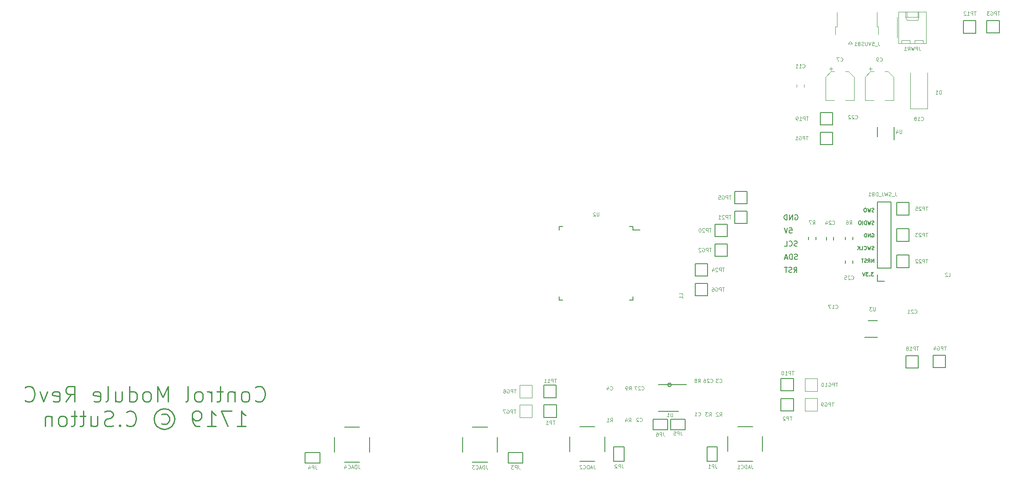
<source format=gbr>
G04 #@! TF.GenerationSoftware,KiCad,Pcbnew,(5.1.2-1)-1*
G04 #@! TF.CreationDate,2019-07-19T21:50:30+01:00*
G04 #@! TF.ProjectId,ControlModule,436f6e74-726f-46c4-9d6f-64756c652e6b,C*
G04 #@! TF.SameCoordinates,Original*
G04 #@! TF.FileFunction,Legend,Bot*
G04 #@! TF.FilePolarity,Positive*
%FSLAX46Y46*%
G04 Gerber Fmt 4.6, Leading zero omitted, Abs format (unit mm)*
G04 Created by KiCad (PCBNEW (5.1.2-1)-1) date 2019-07-19 21:50:30*
%MOMM*%
%LPD*%
G04 APERTURE LIST*
%ADD10C,0.150000*%
%ADD11C,0.200000*%
%ADD12C,0.250000*%
%ADD13C,0.175000*%
%ADD14C,0.120000*%
%ADD15C,0.100000*%
G04 APERTURE END LIST*
D10*
X171999710Y-118745000D02*
G75*
G03X171999710Y-118745000I-359210J0D01*
G01*
D11*
X195619619Y-97023180D02*
X195952952Y-96546990D01*
X196191047Y-97023180D02*
X196191047Y-96023180D01*
X195810095Y-96023180D01*
X195714857Y-96070800D01*
X195667238Y-96118419D01*
X195619619Y-96213657D01*
X195619619Y-96356514D01*
X195667238Y-96451752D01*
X195714857Y-96499371D01*
X195810095Y-96546990D01*
X196191047Y-96546990D01*
X195238666Y-96975561D02*
X195095809Y-97023180D01*
X194857714Y-97023180D01*
X194762476Y-96975561D01*
X194714857Y-96927942D01*
X194667238Y-96832704D01*
X194667238Y-96737466D01*
X194714857Y-96642228D01*
X194762476Y-96594609D01*
X194857714Y-96546990D01*
X195048190Y-96499371D01*
X195143428Y-96451752D01*
X195191047Y-96404133D01*
X195238666Y-96308895D01*
X195238666Y-96213657D01*
X195191047Y-96118419D01*
X195143428Y-96070800D01*
X195048190Y-96023180D01*
X194810095Y-96023180D01*
X194667238Y-96070800D01*
X194381523Y-96023180D02*
X193810095Y-96023180D01*
X194095809Y-97023180D02*
X194095809Y-96023180D01*
X195833904Y-85910800D02*
X195929142Y-85863180D01*
X196072000Y-85863180D01*
X196214857Y-85910800D01*
X196310095Y-86006038D01*
X196357714Y-86101276D01*
X196405333Y-86291752D01*
X196405333Y-86434609D01*
X196357714Y-86625085D01*
X196310095Y-86720323D01*
X196214857Y-86815561D01*
X196072000Y-86863180D01*
X195976761Y-86863180D01*
X195833904Y-86815561D01*
X195786285Y-86767942D01*
X195786285Y-86434609D01*
X195976761Y-86434609D01*
X195357714Y-86863180D02*
X195357714Y-85863180D01*
X194786285Y-86863180D01*
X194786285Y-85863180D01*
X194310095Y-86863180D02*
X194310095Y-85863180D01*
X194072000Y-85863180D01*
X193929142Y-85910800D01*
X193833904Y-86006038D01*
X193786285Y-86101276D01*
X193738666Y-86291752D01*
X193738666Y-86434609D01*
X193786285Y-86625085D01*
X193833904Y-86720323D01*
X193929142Y-86815561D01*
X194072000Y-86863180D01*
X194310095Y-86863180D01*
X194754476Y-88403180D02*
X195230666Y-88403180D01*
X195278285Y-88879371D01*
X195230666Y-88831752D01*
X195135428Y-88784133D01*
X194897333Y-88784133D01*
X194802095Y-88831752D01*
X194754476Y-88879371D01*
X194706857Y-88974609D01*
X194706857Y-89212704D01*
X194754476Y-89307942D01*
X194802095Y-89355561D01*
X194897333Y-89403180D01*
X195135428Y-89403180D01*
X195230666Y-89355561D01*
X195278285Y-89307942D01*
X194421142Y-88403180D02*
X194087809Y-89403180D01*
X193754476Y-88403180D01*
X196262476Y-91895561D02*
X196119619Y-91943180D01*
X195881523Y-91943180D01*
X195786285Y-91895561D01*
X195738666Y-91847942D01*
X195691047Y-91752704D01*
X195691047Y-91657466D01*
X195738666Y-91562228D01*
X195786285Y-91514609D01*
X195881523Y-91466990D01*
X196072000Y-91419371D01*
X196167238Y-91371752D01*
X196214857Y-91324133D01*
X196262476Y-91228895D01*
X196262476Y-91133657D01*
X196214857Y-91038419D01*
X196167238Y-90990800D01*
X196072000Y-90943180D01*
X195833904Y-90943180D01*
X195691047Y-90990800D01*
X194691047Y-91847942D02*
X194738666Y-91895561D01*
X194881523Y-91943180D01*
X194976761Y-91943180D01*
X195119619Y-91895561D01*
X195214857Y-91800323D01*
X195262476Y-91705085D01*
X195310095Y-91514609D01*
X195310095Y-91371752D01*
X195262476Y-91181276D01*
X195214857Y-91086038D01*
X195119619Y-90990800D01*
X194976761Y-90943180D01*
X194881523Y-90943180D01*
X194738666Y-90990800D01*
X194691047Y-91038419D01*
X193786285Y-91943180D02*
X194262476Y-91943180D01*
X194262476Y-90943180D01*
X196286285Y-94435561D02*
X196143428Y-94483180D01*
X195905333Y-94483180D01*
X195810095Y-94435561D01*
X195762476Y-94387942D01*
X195714857Y-94292704D01*
X195714857Y-94197466D01*
X195762476Y-94102228D01*
X195810095Y-94054609D01*
X195905333Y-94006990D01*
X196095809Y-93959371D01*
X196191047Y-93911752D01*
X196238666Y-93864133D01*
X196286285Y-93768895D01*
X196286285Y-93673657D01*
X196238666Y-93578419D01*
X196191047Y-93530800D01*
X196095809Y-93483180D01*
X195857714Y-93483180D01*
X195714857Y-93530800D01*
X195286285Y-94483180D02*
X195286285Y-93483180D01*
X195048190Y-93483180D01*
X194905333Y-93530800D01*
X194810095Y-93626038D01*
X194762476Y-93721276D01*
X194714857Y-93911752D01*
X194714857Y-94054609D01*
X194762476Y-94245085D01*
X194810095Y-94340323D01*
X194905333Y-94435561D01*
X195048190Y-94483180D01*
X195286285Y-94483180D01*
X194333904Y-94197466D02*
X193857714Y-94197466D01*
X194429142Y-94483180D02*
X194095809Y-93483180D01*
X193762476Y-94483180D01*
D12*
X91745314Y-121734028D02*
X91888171Y-121876885D01*
X92316742Y-122019742D01*
X92602457Y-122019742D01*
X93031028Y-121876885D01*
X93316742Y-121591171D01*
X93459600Y-121305457D01*
X93602457Y-120734028D01*
X93602457Y-120305457D01*
X93459600Y-119734028D01*
X93316742Y-119448314D01*
X93031028Y-119162600D01*
X92602457Y-119019742D01*
X92316742Y-119019742D01*
X91888171Y-119162600D01*
X91745314Y-119305457D01*
X90031028Y-122019742D02*
X90316742Y-121876885D01*
X90459600Y-121734028D01*
X90602457Y-121448314D01*
X90602457Y-120591171D01*
X90459600Y-120305457D01*
X90316742Y-120162600D01*
X90031028Y-120019742D01*
X89602457Y-120019742D01*
X89316742Y-120162600D01*
X89173885Y-120305457D01*
X89031028Y-120591171D01*
X89031028Y-121448314D01*
X89173885Y-121734028D01*
X89316742Y-121876885D01*
X89602457Y-122019742D01*
X90031028Y-122019742D01*
X87745314Y-120019742D02*
X87745314Y-122019742D01*
X87745314Y-120305457D02*
X87602457Y-120162600D01*
X87316742Y-120019742D01*
X86888171Y-120019742D01*
X86602457Y-120162600D01*
X86459600Y-120448314D01*
X86459600Y-122019742D01*
X85459600Y-120019742D02*
X84316742Y-120019742D01*
X85031028Y-119019742D02*
X85031028Y-121591171D01*
X84888171Y-121876885D01*
X84602457Y-122019742D01*
X84316742Y-122019742D01*
X83316742Y-122019742D02*
X83316742Y-120019742D01*
X83316742Y-120591171D02*
X83173885Y-120305457D01*
X83031028Y-120162600D01*
X82745314Y-120019742D01*
X82459600Y-120019742D01*
X81031028Y-122019742D02*
X81316742Y-121876885D01*
X81459600Y-121734028D01*
X81602457Y-121448314D01*
X81602457Y-120591171D01*
X81459600Y-120305457D01*
X81316742Y-120162600D01*
X81031028Y-120019742D01*
X80602457Y-120019742D01*
X80316742Y-120162600D01*
X80173885Y-120305457D01*
X80031028Y-120591171D01*
X80031028Y-121448314D01*
X80173885Y-121734028D01*
X80316742Y-121876885D01*
X80602457Y-122019742D01*
X81031028Y-122019742D01*
X78316742Y-122019742D02*
X78602457Y-121876885D01*
X78745314Y-121591171D01*
X78745314Y-119019742D01*
X74888171Y-122019742D02*
X74888171Y-119019742D01*
X73888171Y-121162600D01*
X72888171Y-119019742D01*
X72888171Y-122019742D01*
X71031028Y-122019742D02*
X71316742Y-121876885D01*
X71459600Y-121734028D01*
X71602457Y-121448314D01*
X71602457Y-120591171D01*
X71459600Y-120305457D01*
X71316742Y-120162600D01*
X71031028Y-120019742D01*
X70602457Y-120019742D01*
X70316742Y-120162600D01*
X70173885Y-120305457D01*
X70031028Y-120591171D01*
X70031028Y-121448314D01*
X70173885Y-121734028D01*
X70316742Y-121876885D01*
X70602457Y-122019742D01*
X71031028Y-122019742D01*
X67459600Y-122019742D02*
X67459600Y-119019742D01*
X67459600Y-121876885D02*
X67745314Y-122019742D01*
X68316742Y-122019742D01*
X68602457Y-121876885D01*
X68745314Y-121734028D01*
X68888171Y-121448314D01*
X68888171Y-120591171D01*
X68745314Y-120305457D01*
X68602457Y-120162600D01*
X68316742Y-120019742D01*
X67745314Y-120019742D01*
X67459600Y-120162600D01*
X64745314Y-120019742D02*
X64745314Y-122019742D01*
X66031028Y-120019742D02*
X66031028Y-121591171D01*
X65888171Y-121876885D01*
X65602457Y-122019742D01*
X65173885Y-122019742D01*
X64888171Y-121876885D01*
X64745314Y-121734028D01*
X62888171Y-122019742D02*
X63173885Y-121876885D01*
X63316742Y-121591171D01*
X63316742Y-119019742D01*
X60602457Y-121876885D02*
X60888171Y-122019742D01*
X61459600Y-122019742D01*
X61745314Y-121876885D01*
X61888171Y-121591171D01*
X61888171Y-120448314D01*
X61745314Y-120162600D01*
X61459600Y-120019742D01*
X60888171Y-120019742D01*
X60602457Y-120162600D01*
X60459600Y-120448314D01*
X60459600Y-120734028D01*
X61888171Y-121019742D01*
X55173885Y-122019742D02*
X56173885Y-120591171D01*
X56888171Y-122019742D02*
X56888171Y-119019742D01*
X55745314Y-119019742D01*
X55459600Y-119162600D01*
X55316742Y-119305457D01*
X55173885Y-119591171D01*
X55173885Y-120019742D01*
X55316742Y-120305457D01*
X55459600Y-120448314D01*
X55745314Y-120591171D01*
X56888171Y-120591171D01*
X52745314Y-121876885D02*
X53031028Y-122019742D01*
X53602457Y-122019742D01*
X53888171Y-121876885D01*
X54031028Y-121591171D01*
X54031028Y-120448314D01*
X53888171Y-120162600D01*
X53602457Y-120019742D01*
X53031028Y-120019742D01*
X52745314Y-120162600D01*
X52602457Y-120448314D01*
X52602457Y-120734028D01*
X54031028Y-121019742D01*
X51602457Y-120019742D02*
X50888171Y-122019742D01*
X50173885Y-120019742D01*
X47316742Y-121734028D02*
X47459600Y-121876885D01*
X47888171Y-122019742D01*
X48173885Y-122019742D01*
X48602457Y-121876885D01*
X48888171Y-121591171D01*
X49031028Y-121305457D01*
X49173885Y-120734028D01*
X49173885Y-120305457D01*
X49031028Y-119734028D01*
X48888171Y-119448314D01*
X48602457Y-119162600D01*
X48173885Y-119019742D01*
X47888171Y-119019742D01*
X47459600Y-119162600D01*
X47316742Y-119305457D01*
X88173885Y-126769742D02*
X89888171Y-126769742D01*
X89031028Y-126769742D02*
X89031028Y-123769742D01*
X89316742Y-124198314D01*
X89602457Y-124484028D01*
X89888171Y-124626885D01*
X87173885Y-123769742D02*
X85173885Y-123769742D01*
X86459600Y-126769742D01*
X82459600Y-126769742D02*
X84173885Y-126769742D01*
X83316742Y-126769742D02*
X83316742Y-123769742D01*
X83602457Y-124198314D01*
X83888171Y-124484028D01*
X84173885Y-124626885D01*
X81031028Y-126769742D02*
X80459600Y-126769742D01*
X80173885Y-126626885D01*
X80031028Y-126484028D01*
X79745314Y-126055457D01*
X79602457Y-125484028D01*
X79602457Y-124341171D01*
X79745314Y-124055457D01*
X79888171Y-123912600D01*
X80173885Y-123769742D01*
X80745314Y-123769742D01*
X81031028Y-123912600D01*
X81173885Y-124055457D01*
X81316742Y-124341171D01*
X81316742Y-125055457D01*
X81173885Y-125341171D01*
X81031028Y-125484028D01*
X80745314Y-125626885D01*
X80173885Y-125626885D01*
X79888171Y-125484028D01*
X79745314Y-125341171D01*
X79602457Y-125055457D01*
X73602457Y-124484028D02*
X73888171Y-124341171D01*
X74459600Y-124341171D01*
X74745314Y-124484028D01*
X75031028Y-124769742D01*
X75173885Y-125055457D01*
X75173885Y-125626885D01*
X75031028Y-125912600D01*
X74745314Y-126198314D01*
X74459600Y-126341171D01*
X73888171Y-126341171D01*
X73602457Y-126198314D01*
X74173885Y-123341171D02*
X74888171Y-123484028D01*
X75602457Y-123912600D01*
X76031028Y-124626885D01*
X76173885Y-125341171D01*
X76031028Y-126055457D01*
X75602457Y-126769742D01*
X74888171Y-127198314D01*
X74173885Y-127341171D01*
X73459600Y-127198314D01*
X72745314Y-126769742D01*
X72316742Y-126055457D01*
X72173885Y-125341171D01*
X72316742Y-124626885D01*
X72745314Y-123912600D01*
X73459600Y-123484028D01*
X74173885Y-123341171D01*
X66888171Y-126484028D02*
X67031028Y-126626885D01*
X67459600Y-126769742D01*
X67745314Y-126769742D01*
X68173885Y-126626885D01*
X68459600Y-126341171D01*
X68602457Y-126055457D01*
X68745314Y-125484028D01*
X68745314Y-125055457D01*
X68602457Y-124484028D01*
X68459600Y-124198314D01*
X68173885Y-123912600D01*
X67745314Y-123769742D01*
X67459600Y-123769742D01*
X67031028Y-123912600D01*
X66888171Y-124055457D01*
X65602457Y-126484028D02*
X65459600Y-126626885D01*
X65602457Y-126769742D01*
X65745314Y-126626885D01*
X65602457Y-126484028D01*
X65602457Y-126769742D01*
X64316742Y-126626885D02*
X63888171Y-126769742D01*
X63173885Y-126769742D01*
X62888171Y-126626885D01*
X62745314Y-126484028D01*
X62602457Y-126198314D01*
X62602457Y-125912600D01*
X62745314Y-125626885D01*
X62888171Y-125484028D01*
X63173885Y-125341171D01*
X63745314Y-125198314D01*
X64031028Y-125055457D01*
X64173885Y-124912600D01*
X64316742Y-124626885D01*
X64316742Y-124341171D01*
X64173885Y-124055457D01*
X64031028Y-123912600D01*
X63745314Y-123769742D01*
X63031028Y-123769742D01*
X62602457Y-123912600D01*
X60031028Y-124769742D02*
X60031028Y-126769742D01*
X61316742Y-124769742D02*
X61316742Y-126341171D01*
X61173885Y-126626885D01*
X60888171Y-126769742D01*
X60459600Y-126769742D01*
X60173885Y-126626885D01*
X60031028Y-126484028D01*
X59031028Y-124769742D02*
X57888171Y-124769742D01*
X58602457Y-123769742D02*
X58602457Y-126341171D01*
X58459600Y-126626885D01*
X58173885Y-126769742D01*
X57888171Y-126769742D01*
X57316742Y-124769742D02*
X56173885Y-124769742D01*
X56888171Y-123769742D02*
X56888171Y-126341171D01*
X56745314Y-126626885D01*
X56459600Y-126769742D01*
X56173885Y-126769742D01*
X54745314Y-126769742D02*
X55031028Y-126626885D01*
X55173885Y-126484028D01*
X55316742Y-126198314D01*
X55316742Y-125341171D01*
X55173885Y-125055457D01*
X55031028Y-124912600D01*
X54745314Y-124769742D01*
X54316742Y-124769742D01*
X54031028Y-124912600D01*
X53888171Y-125055457D01*
X53745314Y-125341171D01*
X53745314Y-126198314D01*
X53888171Y-126484028D01*
X54031028Y-126626885D01*
X54316742Y-126769742D01*
X54745314Y-126769742D01*
X52459600Y-124769742D02*
X52459600Y-126769742D01*
X52459600Y-125055457D02*
X52316742Y-124912600D01*
X52031028Y-124769742D01*
X51602457Y-124769742D01*
X51316742Y-124912600D01*
X51173885Y-125198314D01*
X51173885Y-126769742D01*
D13*
X211080916Y-85276833D02*
X210980916Y-85310166D01*
X210814250Y-85310166D01*
X210747583Y-85276833D01*
X210714250Y-85243500D01*
X210680916Y-85176833D01*
X210680916Y-85110166D01*
X210714250Y-85043500D01*
X210747583Y-85010166D01*
X210814250Y-84976833D01*
X210947583Y-84943500D01*
X211014250Y-84910166D01*
X211047583Y-84876833D01*
X211080916Y-84810166D01*
X211080916Y-84743500D01*
X211047583Y-84676833D01*
X211014250Y-84643500D01*
X210947583Y-84610166D01*
X210780916Y-84610166D01*
X210680916Y-84643500D01*
X210447583Y-84610166D02*
X210280916Y-85310166D01*
X210147583Y-84810166D01*
X210014250Y-85310166D01*
X209847583Y-84610166D01*
X209447583Y-84610166D02*
X209314250Y-84610166D01*
X209247583Y-84643500D01*
X209180916Y-84710166D01*
X209147583Y-84843500D01*
X209147583Y-85076833D01*
X209180916Y-85210166D01*
X209247583Y-85276833D01*
X209314250Y-85310166D01*
X209447583Y-85310166D01*
X209514250Y-85276833D01*
X209580916Y-85210166D01*
X209614250Y-85076833D01*
X209614250Y-84843500D01*
X209580916Y-84710166D01*
X209514250Y-84643500D01*
X209447583Y-84610166D01*
X211080916Y-87726833D02*
X210980916Y-87760166D01*
X210814250Y-87760166D01*
X210747583Y-87726833D01*
X210714250Y-87693500D01*
X210680916Y-87626833D01*
X210680916Y-87560166D01*
X210714250Y-87493500D01*
X210747583Y-87460166D01*
X210814250Y-87426833D01*
X210947583Y-87393500D01*
X211014250Y-87360166D01*
X211047583Y-87326833D01*
X211080916Y-87260166D01*
X211080916Y-87193500D01*
X211047583Y-87126833D01*
X211014250Y-87093500D01*
X210947583Y-87060166D01*
X210780916Y-87060166D01*
X210680916Y-87093500D01*
X210447583Y-87060166D02*
X210280916Y-87760166D01*
X210147583Y-87260166D01*
X210014250Y-87760166D01*
X209847583Y-87060166D01*
X209580916Y-87760166D02*
X209580916Y-87060166D01*
X209414250Y-87060166D01*
X209314250Y-87093500D01*
X209247583Y-87160166D01*
X209214250Y-87226833D01*
X209180916Y-87360166D01*
X209180916Y-87460166D01*
X209214250Y-87593500D01*
X209247583Y-87660166D01*
X209314250Y-87726833D01*
X209414250Y-87760166D01*
X209580916Y-87760166D01*
X208880916Y-87760166D02*
X208880916Y-87060166D01*
X208414250Y-87060166D02*
X208280916Y-87060166D01*
X208214250Y-87093500D01*
X208147583Y-87160166D01*
X208114250Y-87293500D01*
X208114250Y-87526833D01*
X208147583Y-87660166D01*
X208214250Y-87726833D01*
X208280916Y-87760166D01*
X208414250Y-87760166D01*
X208480916Y-87726833D01*
X208547583Y-87660166D01*
X208580916Y-87526833D01*
X208580916Y-87293500D01*
X208547583Y-87160166D01*
X208480916Y-87093500D01*
X208414250Y-87060166D01*
X210680916Y-89543500D02*
X210747583Y-89510166D01*
X210847583Y-89510166D01*
X210947583Y-89543500D01*
X211014250Y-89610166D01*
X211047583Y-89676833D01*
X211080916Y-89810166D01*
X211080916Y-89910166D01*
X211047583Y-90043500D01*
X211014250Y-90110166D01*
X210947583Y-90176833D01*
X210847583Y-90210166D01*
X210780916Y-90210166D01*
X210680916Y-90176833D01*
X210647583Y-90143500D01*
X210647583Y-89910166D01*
X210780916Y-89910166D01*
X210347583Y-90210166D02*
X210347583Y-89510166D01*
X209947583Y-90210166D01*
X209947583Y-89510166D01*
X209614250Y-90210166D02*
X209614250Y-89510166D01*
X209447583Y-89510166D01*
X209347583Y-89543500D01*
X209280916Y-89610166D01*
X209247583Y-89676833D01*
X209214250Y-89810166D01*
X209214250Y-89910166D01*
X209247583Y-90043500D01*
X209280916Y-90110166D01*
X209347583Y-90176833D01*
X209447583Y-90210166D01*
X209614250Y-90210166D01*
X211080916Y-92626833D02*
X210980916Y-92660166D01*
X210814250Y-92660166D01*
X210747583Y-92626833D01*
X210714250Y-92593500D01*
X210680916Y-92526833D01*
X210680916Y-92460166D01*
X210714250Y-92393500D01*
X210747583Y-92360166D01*
X210814250Y-92326833D01*
X210947583Y-92293500D01*
X211014250Y-92260166D01*
X211047583Y-92226833D01*
X211080916Y-92160166D01*
X211080916Y-92093500D01*
X211047583Y-92026833D01*
X211014250Y-91993500D01*
X210947583Y-91960166D01*
X210780916Y-91960166D01*
X210680916Y-91993500D01*
X210447583Y-91960166D02*
X210280916Y-92660166D01*
X210147583Y-92160166D01*
X210014250Y-92660166D01*
X209847583Y-91960166D01*
X209180916Y-92593500D02*
X209214250Y-92626833D01*
X209314250Y-92660166D01*
X209380916Y-92660166D01*
X209480916Y-92626833D01*
X209547583Y-92560166D01*
X209580916Y-92493500D01*
X209614250Y-92360166D01*
X209614250Y-92260166D01*
X209580916Y-92126833D01*
X209547583Y-92060166D01*
X209480916Y-91993500D01*
X209380916Y-91960166D01*
X209314250Y-91960166D01*
X209214250Y-91993500D01*
X209180916Y-92026833D01*
X208547583Y-92660166D02*
X208880916Y-92660166D01*
X208880916Y-91960166D01*
X208314250Y-92660166D02*
X208314250Y-91960166D01*
X207914250Y-92660166D02*
X208214250Y-92260166D01*
X207914250Y-91960166D02*
X208314250Y-92360166D01*
X211047583Y-95110166D02*
X211047583Y-94410166D01*
X210647583Y-95110166D01*
X210647583Y-94410166D01*
X209914250Y-95110166D02*
X210147583Y-94776833D01*
X210314250Y-95110166D02*
X210314250Y-94410166D01*
X210047583Y-94410166D01*
X209980916Y-94443500D01*
X209947583Y-94476833D01*
X209914250Y-94543500D01*
X209914250Y-94643500D01*
X209947583Y-94710166D01*
X209980916Y-94743500D01*
X210047583Y-94776833D01*
X210314250Y-94776833D01*
X209647583Y-95076833D02*
X209547583Y-95110166D01*
X209380916Y-95110166D01*
X209314250Y-95076833D01*
X209280916Y-95043500D01*
X209247583Y-94976833D01*
X209247583Y-94910166D01*
X209280916Y-94843500D01*
X209314250Y-94810166D01*
X209380916Y-94776833D01*
X209514250Y-94743500D01*
X209580916Y-94710166D01*
X209614250Y-94676833D01*
X209647583Y-94610166D01*
X209647583Y-94543500D01*
X209614250Y-94476833D01*
X209580916Y-94443500D01*
X209514250Y-94410166D01*
X209347583Y-94410166D01*
X209247583Y-94443500D01*
X209047583Y-94410166D02*
X208647583Y-94410166D01*
X208847583Y-95110166D02*
X208847583Y-94410166D01*
X210987250Y-97025666D02*
X210553916Y-97025666D01*
X210787250Y-97292333D01*
X210687250Y-97292333D01*
X210620583Y-97325666D01*
X210587250Y-97359000D01*
X210553916Y-97425666D01*
X210553916Y-97592333D01*
X210587250Y-97659000D01*
X210620583Y-97692333D01*
X210687250Y-97725666D01*
X210887250Y-97725666D01*
X210953916Y-97692333D01*
X210987250Y-97659000D01*
X210253916Y-97659000D02*
X210220583Y-97692333D01*
X210253916Y-97725666D01*
X210287250Y-97692333D01*
X210253916Y-97659000D01*
X210253916Y-97725666D01*
X209987250Y-97025666D02*
X209553916Y-97025666D01*
X209787250Y-97292333D01*
X209687250Y-97292333D01*
X209620583Y-97325666D01*
X209587250Y-97359000D01*
X209553916Y-97425666D01*
X209553916Y-97592333D01*
X209587250Y-97659000D01*
X209620583Y-97692333D01*
X209687250Y-97725666D01*
X209887250Y-97725666D01*
X209953916Y-97692333D01*
X209987250Y-97659000D01*
X209353916Y-97025666D02*
X209120583Y-97725666D01*
X208887250Y-97025666D01*
D14*
X220535400Y-52112400D02*
X220535400Y-52712400D01*
X218935400Y-52112400D02*
X220535400Y-52112400D01*
X218935400Y-52712400D02*
X218935400Y-52112400D01*
X217995400Y-52112400D02*
X217995400Y-52712400D01*
X216395400Y-52112400D02*
X217995400Y-52112400D01*
X216395400Y-52712400D02*
X216395400Y-52112400D01*
X219485400Y-46692400D02*
X219485400Y-47692400D01*
X217445400Y-46692400D02*
X217445400Y-47692400D01*
X219485400Y-48222400D02*
X219735400Y-47692400D01*
X217445400Y-48222400D02*
X219485400Y-48222400D01*
X217195400Y-47692400D02*
X217445400Y-48222400D01*
X219735400Y-47692400D02*
X219735400Y-46692400D01*
X217195400Y-47692400D02*
X219735400Y-47692400D01*
X217195400Y-46692400D02*
X217195400Y-47692400D01*
X215525400Y-51682400D02*
X215525400Y-47682400D01*
X221115400Y-52712400D02*
X215815400Y-52712400D01*
X221115400Y-46692400D02*
X221115400Y-52712400D01*
X215815400Y-46692400D02*
X221115400Y-46692400D01*
X215815400Y-52712400D02*
X215815400Y-46692400D01*
X206485100Y-52344200D02*
X206085100Y-52794200D01*
X206085100Y-52794200D02*
X206885100Y-52794200D01*
X206885100Y-52794200D02*
X206485100Y-52344200D01*
X211635100Y-46744200D02*
X211635100Y-49544200D01*
X211635100Y-49544200D02*
X211935100Y-49544200D01*
X211935100Y-49544200D02*
X211935100Y-51094200D01*
X203935100Y-46744200D02*
X203935100Y-49544200D01*
X203635100Y-49544200D02*
X203935100Y-49544200D01*
X203635100Y-49544200D02*
X203635100Y-51094200D01*
D10*
X152423200Y-131637700D02*
X152423200Y-128737700D01*
X159133200Y-131637700D02*
X159133200Y-128737700D01*
X154328200Y-126832700D02*
X157228200Y-126832700D01*
X154328200Y-133542700D02*
X157228200Y-133542700D01*
X211725200Y-98739000D02*
X213055200Y-98739000D01*
X211725200Y-97409000D02*
X211725200Y-98739000D01*
X211725200Y-96139000D02*
X214385200Y-96139000D01*
X214385200Y-96139000D02*
X214385200Y-83379000D01*
X211725200Y-96139000D02*
X211725200Y-83379000D01*
X211725200Y-83379000D02*
X214385200Y-83379000D01*
X198426000Y-90676252D02*
X198426000Y-90153748D01*
X199846000Y-90676252D02*
X199846000Y-90153748D01*
X205538000Y-90162748D02*
X205538000Y-90685252D01*
X206958000Y-90162748D02*
X206958000Y-90685252D01*
X211750000Y-70750000D02*
X211750000Y-68950000D01*
X214970000Y-68950000D02*
X214970000Y-71400000D01*
X200730000Y-66110000D02*
X200730000Y-68510000D01*
X203130000Y-66110000D02*
X200730000Y-66110000D01*
X203130000Y-68510000D02*
X203130000Y-66110000D01*
X200730000Y-68510000D02*
X203130000Y-68510000D01*
X182810000Y-87700000D02*
X180410000Y-87700000D01*
X180410000Y-87700000D02*
X180410000Y-90100000D01*
X180410000Y-90100000D02*
X182810000Y-90100000D01*
X182810000Y-90100000D02*
X182810000Y-87700000D01*
X186620000Y-87560000D02*
X186620000Y-85160000D01*
X184220000Y-87560000D02*
X186620000Y-87560000D01*
X184220000Y-85160000D02*
X184220000Y-87560000D01*
X186620000Y-85160000D02*
X184220000Y-85160000D01*
X217862000Y-93669000D02*
X215462000Y-93669000D01*
X215462000Y-93669000D02*
X215462000Y-96069000D01*
X215462000Y-96069000D02*
X217862000Y-96069000D01*
X217862000Y-96069000D02*
X217862000Y-93669000D01*
X217862000Y-88589000D02*
X215462000Y-88589000D01*
X215462000Y-88589000D02*
X215462000Y-90989000D01*
X215462000Y-90989000D02*
X217862000Y-90989000D01*
X217862000Y-90989000D02*
X217862000Y-88589000D01*
X179000000Y-95320000D02*
X176600000Y-95320000D01*
X176600000Y-95320000D02*
X176600000Y-97720000D01*
X176600000Y-97720000D02*
X179000000Y-97720000D01*
X179000000Y-97720000D02*
X179000000Y-95320000D01*
X217862000Y-85909000D02*
X217862000Y-83509000D01*
X215462000Y-85909000D02*
X217862000Y-85909000D01*
X215462000Y-83509000D02*
X215462000Y-85909000D01*
X217862000Y-83509000D02*
X215462000Y-83509000D01*
X200730000Y-72320000D02*
X203130000Y-72320000D01*
X200730000Y-69920000D02*
X200730000Y-72320000D01*
X203130000Y-69920000D02*
X200730000Y-69920000D01*
X203130000Y-72320000D02*
X203130000Y-69920000D01*
X182810000Y-93910000D02*
X182810000Y-91510000D01*
X182810000Y-91510000D02*
X180410000Y-91510000D01*
X180410000Y-91510000D02*
X180410000Y-93910000D01*
X180410000Y-93910000D02*
X182810000Y-93910000D01*
X235235600Y-50755400D02*
X235235600Y-48355400D01*
X232835600Y-50755400D02*
X235235600Y-50755400D01*
X232835600Y-48355400D02*
X232835600Y-50755400D01*
X235235600Y-48355400D02*
X232835600Y-48355400D01*
X224847000Y-113036500D02*
X222447000Y-113036500D01*
X222447000Y-113036500D02*
X222447000Y-115436500D01*
X222447000Y-115436500D02*
X224847000Y-115436500D01*
X224847000Y-115436500D02*
X224847000Y-113036500D01*
X186620000Y-83750000D02*
X186620000Y-81350000D01*
X186620000Y-81350000D02*
X184220000Y-81350000D01*
X184220000Y-81350000D02*
X184220000Y-83750000D01*
X184220000Y-83750000D02*
X186620000Y-83750000D01*
X179000000Y-101530000D02*
X179000000Y-99130000D01*
X176600000Y-101530000D02*
X179000000Y-101530000D01*
X176600000Y-99130000D02*
X176600000Y-101530000D01*
X179000000Y-99130000D02*
X176600000Y-99130000D01*
X203300400Y-90204548D02*
X203300400Y-90727052D01*
X201880400Y-90204548D02*
X201880400Y-90727052D01*
X205538000Y-94734748D02*
X205538000Y-95257252D01*
X206958000Y-94734748D02*
X206958000Y-95257252D01*
X189575100Y-131612300D02*
X189575100Y-128712300D01*
X182865100Y-131612300D02*
X182865100Y-128712300D01*
X187670100Y-126807300D02*
X184770100Y-126807300D01*
X187670100Y-133517300D02*
X184770100Y-133517300D01*
X193135400Y-121405800D02*
X193135400Y-123805800D01*
X193135400Y-123805800D02*
X195535400Y-123805800D01*
X195535400Y-123805800D02*
X195535400Y-121405800D01*
X195535400Y-121405800D02*
X193135400Y-121405800D01*
X149815400Y-122625000D02*
X147415400Y-122625000D01*
X149815400Y-125025000D02*
X149815400Y-122625000D01*
X147415400Y-125025000D02*
X149815400Y-125025000D01*
X147415400Y-122625000D02*
X147415400Y-125025000D01*
X195535400Y-119919600D02*
X195535400Y-117519600D01*
X195535400Y-117519600D02*
X193135400Y-117519600D01*
X193135400Y-117519600D02*
X193135400Y-119919600D01*
X193135400Y-119919600D02*
X195535400Y-119919600D01*
X149790000Y-118815000D02*
X147390000Y-118815000D01*
X149790000Y-121215000D02*
X149790000Y-118815000D01*
X147390000Y-121215000D02*
X149790000Y-121215000D01*
X147390000Y-118815000D02*
X147390000Y-121215000D01*
X217240000Y-115500000D02*
X219640000Y-115500000D01*
X219640000Y-115500000D02*
X219640000Y-113100000D01*
X219640000Y-113100000D02*
X217240000Y-113100000D01*
X217240000Y-113100000D02*
X217240000Y-115500000D01*
X131722200Y-131752000D02*
X131722200Y-128852000D01*
X138432200Y-131752000D02*
X138432200Y-128852000D01*
X133627200Y-126947000D02*
X136527200Y-126947000D01*
X133627200Y-133657000D02*
X136527200Y-133657000D01*
X108938400Y-133657000D02*
X111838400Y-133657000D01*
X108938400Y-126947000D02*
X111838400Y-126947000D01*
X113743400Y-131752000D02*
X113743400Y-128852000D01*
X107033400Y-131752000D02*
X107033400Y-128852000D01*
X178870100Y-133518100D02*
X180870100Y-133518100D01*
X178870100Y-130718100D02*
X178870100Y-133518100D01*
X180870100Y-130718100D02*
X178870100Y-130718100D01*
X180870100Y-133518100D02*
X180870100Y-130718100D01*
X162874200Y-133492700D02*
X162874200Y-130692700D01*
X162874200Y-130692700D02*
X160874200Y-130692700D01*
X160874200Y-130692700D02*
X160874200Y-133492700D01*
X160874200Y-133492700D02*
X162874200Y-133492700D01*
X143335200Y-131842000D02*
X140535200Y-131842000D01*
X140535200Y-131842000D02*
X140535200Y-133842000D01*
X140535200Y-133842000D02*
X143335200Y-133842000D01*
X143335200Y-133842000D02*
X143335200Y-131842000D01*
X101368400Y-131842000D02*
X101368400Y-133842000D01*
X104168400Y-131842000D02*
X101368400Y-131842000D01*
X104168400Y-133842000D02*
X104168400Y-131842000D01*
X101368400Y-133842000D02*
X104168400Y-133842000D01*
X174628000Y-127428500D02*
X174628000Y-125428500D01*
X171828000Y-127428500D02*
X174628000Y-127428500D01*
X171828000Y-125428500D02*
X171828000Y-127428500D01*
X174628000Y-125428500D02*
X171828000Y-125428500D01*
X168462500Y-127428500D02*
X171262500Y-127428500D01*
X171262500Y-127428500D02*
X171262500Y-125428500D01*
X171262500Y-125428500D02*
X168462500Y-125428500D01*
X168462500Y-125428500D02*
X168462500Y-127428500D01*
X228339800Y-50768100D02*
X230739800Y-50768100D01*
X230739800Y-50768100D02*
X230739800Y-48368100D01*
X230739800Y-48368100D02*
X228339800Y-48368100D01*
X228339800Y-48368100D02*
X228339800Y-50768100D01*
X171450000Y-123845000D02*
X169500000Y-123845000D01*
X171450000Y-123845000D02*
X173400000Y-123845000D01*
X171450000Y-118725000D02*
X169500000Y-118725000D01*
X171450000Y-118725000D02*
X174900000Y-118725000D01*
X151070000Y-102360000D02*
X150370000Y-102360000D01*
X150370000Y-102360000D02*
X150370000Y-101660000D01*
X163890000Y-102360000D02*
X164590000Y-102360000D01*
X164590000Y-102360000D02*
X164590000Y-101660000D01*
X151070000Y-88140000D02*
X150370000Y-88140000D01*
X150370000Y-88140000D02*
X150370000Y-88840000D01*
X163890000Y-88140000D02*
X164590000Y-88140000D01*
X164590000Y-88140000D02*
X164590000Y-88840000D01*
X164590000Y-88840000D02*
X165955000Y-88840000D01*
X209920000Y-106340000D02*
X211720000Y-106340000D01*
X211720000Y-109560000D02*
X209270000Y-109560000D01*
D14*
X202472500Y-57647500D02*
X203097500Y-57647500D01*
X202785000Y-57335000D02*
X202785000Y-57960000D01*
X206165563Y-58200000D02*
X207230000Y-59264437D01*
X202774437Y-58200000D02*
X201710000Y-59264437D01*
X202774437Y-58200000D02*
X203410000Y-58200000D01*
X206165563Y-58200000D02*
X205530000Y-58200000D01*
X207230000Y-59264437D02*
X207230000Y-63720000D01*
X201710000Y-59264437D02*
X201710000Y-63720000D01*
X201710000Y-63720000D02*
X203410000Y-63720000D01*
X207230000Y-63720000D02*
X205530000Y-63720000D01*
X214850000Y-63720000D02*
X213150000Y-63720000D01*
X209330000Y-63720000D02*
X211030000Y-63720000D01*
X209330000Y-59264437D02*
X209330000Y-63720000D01*
X214850000Y-59264437D02*
X214850000Y-63720000D01*
X213785563Y-58200000D02*
X213150000Y-58200000D01*
X210394437Y-58200000D02*
X211030000Y-58200000D01*
X210394437Y-58200000D02*
X209330000Y-59264437D01*
X213785563Y-58200000D02*
X214850000Y-59264437D01*
X210405000Y-57335000D02*
X210405000Y-57960000D01*
X210092500Y-57647500D02*
X210717500Y-57647500D01*
X196140000Y-60698748D02*
X196140000Y-61221252D01*
X197560000Y-60698748D02*
X197560000Y-61221252D01*
X142703700Y-122625000D02*
X142703700Y-125025000D01*
X142703700Y-125025000D02*
X145103700Y-125025000D01*
X145103700Y-125025000D02*
X145103700Y-122625000D01*
X145103700Y-122625000D02*
X142703700Y-122625000D01*
X145103700Y-118815000D02*
X142703700Y-118815000D01*
X145103700Y-121215000D02*
X145103700Y-118815000D01*
X142703700Y-121215000D02*
X145103700Y-121215000D01*
X142703700Y-118815000D02*
X142703700Y-121215000D01*
X200170900Y-123755000D02*
X200170900Y-121355000D01*
X200170900Y-121355000D02*
X197770900Y-121355000D01*
X197770900Y-121355000D02*
X197770900Y-123755000D01*
X197770900Y-123755000D02*
X200170900Y-123755000D01*
X221360000Y-65360000D02*
X218060000Y-65360000D01*
X218060000Y-65360000D02*
X218060000Y-58460000D01*
X221360000Y-65360000D02*
X221360000Y-58460000D01*
X200170900Y-119945000D02*
X200170900Y-117545000D01*
X200170900Y-117545000D02*
X197770900Y-117545000D01*
X197770900Y-117545000D02*
X197770900Y-119945000D01*
X197770900Y-119945000D02*
X200170900Y-119945000D01*
D15*
X219798733Y-53419066D02*
X219798733Y-53919066D01*
X219832066Y-54019066D01*
X219898733Y-54085733D01*
X219998733Y-54119066D01*
X220065400Y-54119066D01*
X219465400Y-54119066D02*
X219465400Y-53419066D01*
X219198733Y-53419066D01*
X219132066Y-53452400D01*
X219098733Y-53485733D01*
X219065400Y-53552400D01*
X219065400Y-53652400D01*
X219098733Y-53719066D01*
X219132066Y-53752400D01*
X219198733Y-53785733D01*
X219465400Y-53785733D01*
X218832066Y-53419066D02*
X218665400Y-54119066D01*
X218532066Y-53619066D01*
X218398733Y-54119066D01*
X218232066Y-53419066D01*
X217565400Y-54119066D02*
X217798733Y-53785733D01*
X217965400Y-54119066D02*
X217965400Y-53419066D01*
X217698733Y-53419066D01*
X217632066Y-53452400D01*
X217598733Y-53485733D01*
X217565400Y-53552400D01*
X217565400Y-53652400D01*
X217598733Y-53719066D01*
X217632066Y-53752400D01*
X217698733Y-53785733D01*
X217965400Y-53785733D01*
X216898733Y-54119066D02*
X217298733Y-54119066D01*
X217098733Y-54119066D02*
X217098733Y-53419066D01*
X217165400Y-53519066D01*
X217232066Y-53585733D01*
X217298733Y-53619066D01*
X211918433Y-52460866D02*
X211918433Y-52960866D01*
X211951766Y-53060866D01*
X212018433Y-53127533D01*
X212118433Y-53160866D01*
X212185100Y-53160866D01*
X211751766Y-53227533D02*
X211218433Y-53227533D01*
X210718433Y-52460866D02*
X211051766Y-52460866D01*
X211085100Y-52794200D01*
X211051766Y-52760866D01*
X210985100Y-52727533D01*
X210818433Y-52727533D01*
X210751766Y-52760866D01*
X210718433Y-52794200D01*
X210685100Y-52860866D01*
X210685100Y-53027533D01*
X210718433Y-53094200D01*
X210751766Y-53127533D01*
X210818433Y-53160866D01*
X210985100Y-53160866D01*
X211051766Y-53127533D01*
X211085100Y-53094200D01*
X210485100Y-52460866D02*
X210251766Y-53160866D01*
X210018433Y-52460866D01*
X209785100Y-52460866D02*
X209785100Y-53027533D01*
X209751766Y-53094200D01*
X209718433Y-53127533D01*
X209651766Y-53160866D01*
X209518433Y-53160866D01*
X209451766Y-53127533D01*
X209418433Y-53094200D01*
X209385100Y-53027533D01*
X209385100Y-52460866D01*
X209085100Y-53127533D02*
X208985100Y-53160866D01*
X208818433Y-53160866D01*
X208751766Y-53127533D01*
X208718433Y-53094200D01*
X208685100Y-53027533D01*
X208685100Y-52960866D01*
X208718433Y-52894200D01*
X208751766Y-52860866D01*
X208818433Y-52827533D01*
X208951766Y-52794200D01*
X209018433Y-52760866D01*
X209051766Y-52727533D01*
X209085100Y-52660866D01*
X209085100Y-52594200D01*
X209051766Y-52527533D01*
X209018433Y-52494200D01*
X208951766Y-52460866D01*
X208785100Y-52460866D01*
X208685100Y-52494200D01*
X208151766Y-52794200D02*
X208051766Y-52827533D01*
X208018433Y-52860866D01*
X207985100Y-52927533D01*
X207985100Y-53027533D01*
X208018433Y-53094200D01*
X208051766Y-53127533D01*
X208118433Y-53160866D01*
X208385100Y-53160866D01*
X208385100Y-52460866D01*
X208151766Y-52460866D01*
X208085100Y-52494200D01*
X208051766Y-52527533D01*
X208018433Y-52594200D01*
X208018433Y-52660866D01*
X208051766Y-52727533D01*
X208085100Y-52760866D01*
X208151766Y-52794200D01*
X208385100Y-52794200D01*
X207318433Y-53160866D02*
X207718433Y-53160866D01*
X207518433Y-53160866D02*
X207518433Y-52460866D01*
X207585100Y-52560866D01*
X207651766Y-52627533D01*
X207718433Y-52660866D01*
X166248500Y-119668100D02*
X166281833Y-119701433D01*
X166381833Y-119734766D01*
X166448500Y-119734766D01*
X166548500Y-119701433D01*
X166615166Y-119634766D01*
X166648500Y-119568100D01*
X166681833Y-119434766D01*
X166681833Y-119334766D01*
X166648500Y-119201433D01*
X166615166Y-119134766D01*
X166548500Y-119068100D01*
X166448500Y-119034766D01*
X166381833Y-119034766D01*
X166281833Y-119068100D01*
X166248500Y-119101433D01*
X165981833Y-119101433D02*
X165948500Y-119068100D01*
X165881833Y-119034766D01*
X165715166Y-119034766D01*
X165648500Y-119068100D01*
X165615166Y-119101433D01*
X165581833Y-119168100D01*
X165581833Y-119234766D01*
X165615166Y-119334766D01*
X166015166Y-119734766D01*
X165581833Y-119734766D01*
X165348500Y-119034766D02*
X164881833Y-119034766D01*
X165181833Y-119734766D01*
X157011533Y-134249366D02*
X157011533Y-134749366D01*
X157044866Y-134849366D01*
X157111533Y-134916033D01*
X157211533Y-134949366D01*
X157278200Y-134949366D01*
X156711533Y-134749366D02*
X156378200Y-134749366D01*
X156778200Y-134949366D02*
X156544866Y-134249366D01*
X156311533Y-134949366D01*
X156078200Y-134949366D02*
X156078200Y-134249366D01*
X155911533Y-134249366D01*
X155811533Y-134282700D01*
X155744866Y-134349366D01*
X155711533Y-134416033D01*
X155678200Y-134549366D01*
X155678200Y-134649366D01*
X155711533Y-134782700D01*
X155744866Y-134849366D01*
X155811533Y-134916033D01*
X155911533Y-134949366D01*
X156078200Y-134949366D01*
X154978200Y-134882700D02*
X155011533Y-134916033D01*
X155111533Y-134949366D01*
X155178200Y-134949366D01*
X155278200Y-134916033D01*
X155344866Y-134849366D01*
X155378200Y-134782700D01*
X155411533Y-134649366D01*
X155411533Y-134549366D01*
X155378200Y-134416033D01*
X155344866Y-134349366D01*
X155278200Y-134282700D01*
X155178200Y-134249366D01*
X155111533Y-134249366D01*
X155011533Y-134282700D01*
X154978200Y-134316033D01*
X154711533Y-134316033D02*
X154678200Y-134282700D01*
X154611533Y-134249366D01*
X154444866Y-134249366D01*
X154378200Y-134282700D01*
X154344866Y-134316033D01*
X154311533Y-134382700D01*
X154311533Y-134449366D01*
X154344866Y-134549366D01*
X154744866Y-134949366D01*
X154311533Y-134949366D01*
X215191666Y-81531666D02*
X215191666Y-82031666D01*
X215225000Y-82131666D01*
X215291666Y-82198333D01*
X215391666Y-82231666D01*
X215458333Y-82231666D01*
X215025000Y-82298333D02*
X214491666Y-82298333D01*
X214358333Y-82198333D02*
X214258333Y-82231666D01*
X214091666Y-82231666D01*
X214025000Y-82198333D01*
X213991666Y-82165000D01*
X213958333Y-82098333D01*
X213958333Y-82031666D01*
X213991666Y-81965000D01*
X214025000Y-81931666D01*
X214091666Y-81898333D01*
X214225000Y-81865000D01*
X214291666Y-81831666D01*
X214325000Y-81798333D01*
X214358333Y-81731666D01*
X214358333Y-81665000D01*
X214325000Y-81598333D01*
X214291666Y-81565000D01*
X214225000Y-81531666D01*
X214058333Y-81531666D01*
X213958333Y-81565000D01*
X213725000Y-81531666D02*
X213558333Y-82231666D01*
X213425000Y-81731666D01*
X213291666Y-82231666D01*
X213125000Y-81531666D01*
X212658333Y-81531666D02*
X212658333Y-82031666D01*
X212691666Y-82131666D01*
X212758333Y-82198333D01*
X212858333Y-82231666D01*
X212925000Y-82231666D01*
X212491666Y-82298333D02*
X211958333Y-82298333D01*
X211791666Y-82231666D02*
X211791666Y-81531666D01*
X211625000Y-81531666D01*
X211525000Y-81565000D01*
X211458333Y-81631666D01*
X211425000Y-81698333D01*
X211391666Y-81831666D01*
X211391666Y-81931666D01*
X211425000Y-82065000D01*
X211458333Y-82131666D01*
X211525000Y-82198333D01*
X211625000Y-82231666D01*
X211791666Y-82231666D01*
X210858333Y-81865000D02*
X210758333Y-81898333D01*
X210725000Y-81931666D01*
X210691666Y-81998333D01*
X210691666Y-82098333D01*
X210725000Y-82165000D01*
X210758333Y-82198333D01*
X210825000Y-82231666D01*
X211091666Y-82231666D01*
X211091666Y-81531666D01*
X210858333Y-81531666D01*
X210791666Y-81565000D01*
X210758333Y-81598333D01*
X210725000Y-81665000D01*
X210725000Y-81731666D01*
X210758333Y-81798333D01*
X210791666Y-81831666D01*
X210858333Y-81865000D01*
X211091666Y-81865000D01*
X210025000Y-82231666D02*
X210425000Y-82231666D01*
X210225000Y-82231666D02*
X210225000Y-81531666D01*
X210291666Y-81631666D01*
X210358333Y-81698333D01*
X210425000Y-81731666D01*
X199252666Y-87683666D02*
X199486000Y-87350333D01*
X199652666Y-87683666D02*
X199652666Y-86983666D01*
X199386000Y-86983666D01*
X199319333Y-87017000D01*
X199286000Y-87050333D01*
X199252666Y-87117000D01*
X199252666Y-87217000D01*
X199286000Y-87283666D01*
X199319333Y-87317000D01*
X199386000Y-87350333D01*
X199652666Y-87350333D01*
X199019333Y-86983666D02*
X198552666Y-86983666D01*
X198852666Y-87683666D01*
X206364666Y-87692666D02*
X206598000Y-87359333D01*
X206764666Y-87692666D02*
X206764666Y-86992666D01*
X206498000Y-86992666D01*
X206431333Y-87026000D01*
X206398000Y-87059333D01*
X206364666Y-87126000D01*
X206364666Y-87226000D01*
X206398000Y-87292666D01*
X206431333Y-87326000D01*
X206498000Y-87359333D01*
X206764666Y-87359333D01*
X205764666Y-86992666D02*
X205898000Y-86992666D01*
X205964666Y-87026000D01*
X205998000Y-87059333D01*
X206064666Y-87159333D01*
X206098000Y-87292666D01*
X206098000Y-87559333D01*
X206064666Y-87626000D01*
X206031333Y-87659333D01*
X205964666Y-87692666D01*
X205831333Y-87692666D01*
X205764666Y-87659333D01*
X205731333Y-87626000D01*
X205698000Y-87559333D01*
X205698000Y-87392666D01*
X205731333Y-87326000D01*
X205764666Y-87292666D01*
X205831333Y-87259333D01*
X205964666Y-87259333D01*
X206031333Y-87292666D01*
X206064666Y-87326000D01*
X206098000Y-87392666D01*
X220160000Y-67598100D02*
X220193333Y-67631433D01*
X220293333Y-67664766D01*
X220360000Y-67664766D01*
X220460000Y-67631433D01*
X220526666Y-67564766D01*
X220560000Y-67498100D01*
X220593333Y-67364766D01*
X220593333Y-67264766D01*
X220560000Y-67131433D01*
X220526666Y-67064766D01*
X220460000Y-66998100D01*
X220360000Y-66964766D01*
X220293333Y-66964766D01*
X220193333Y-66998100D01*
X220160000Y-67031433D01*
X219493333Y-67664766D02*
X219893333Y-67664766D01*
X219693333Y-67664766D02*
X219693333Y-66964766D01*
X219760000Y-67064766D01*
X219826666Y-67131433D01*
X219893333Y-67164766D01*
X219093333Y-67264766D02*
X219160000Y-67231433D01*
X219193333Y-67198100D01*
X219226666Y-67131433D01*
X219226666Y-67098100D01*
X219193333Y-67031433D01*
X219160000Y-66998100D01*
X219093333Y-66964766D01*
X218960000Y-66964766D01*
X218893333Y-66998100D01*
X218860000Y-67031433D01*
X218826666Y-67098100D01*
X218826666Y-67131433D01*
X218860000Y-67198100D01*
X218893333Y-67231433D01*
X218960000Y-67264766D01*
X219093333Y-67264766D01*
X219160000Y-67298100D01*
X219193333Y-67331433D01*
X219226666Y-67398100D01*
X219226666Y-67531433D01*
X219193333Y-67598100D01*
X219160000Y-67631433D01*
X219093333Y-67664766D01*
X218960000Y-67664766D01*
X218893333Y-67631433D01*
X218860000Y-67598100D01*
X218826666Y-67531433D01*
X218826666Y-67398100D01*
X218860000Y-67331433D01*
X218893333Y-67298100D01*
X218960000Y-67264766D01*
X207460000Y-67280600D02*
X207493333Y-67313933D01*
X207593333Y-67347266D01*
X207660000Y-67347266D01*
X207760000Y-67313933D01*
X207826666Y-67247266D01*
X207860000Y-67180600D01*
X207893333Y-67047266D01*
X207893333Y-66947266D01*
X207860000Y-66813933D01*
X207826666Y-66747266D01*
X207760000Y-66680600D01*
X207660000Y-66647266D01*
X207593333Y-66647266D01*
X207493333Y-66680600D01*
X207460000Y-66713933D01*
X207193333Y-66713933D02*
X207160000Y-66680600D01*
X207093333Y-66647266D01*
X206926666Y-66647266D01*
X206860000Y-66680600D01*
X206826666Y-66713933D01*
X206793333Y-66780600D01*
X206793333Y-66847266D01*
X206826666Y-66947266D01*
X207226666Y-67347266D01*
X206793333Y-67347266D01*
X206526666Y-66713933D02*
X206493333Y-66680600D01*
X206426666Y-66647266D01*
X206260000Y-66647266D01*
X206193333Y-66680600D01*
X206160000Y-66713933D01*
X206126666Y-66780600D01*
X206126666Y-66847266D01*
X206160000Y-66947266D01*
X206560000Y-67347266D01*
X206126666Y-67347266D01*
X216433333Y-69466666D02*
X216433333Y-70033333D01*
X216400000Y-70100000D01*
X216366666Y-70133333D01*
X216300000Y-70166666D01*
X216166666Y-70166666D01*
X216100000Y-70133333D01*
X216066666Y-70100000D01*
X216033333Y-70033333D01*
X216033333Y-69466666D01*
X215400000Y-69700000D02*
X215400000Y-70166666D01*
X215566666Y-69433333D02*
X215733333Y-69933333D01*
X215300000Y-69933333D01*
X198384166Y-66926666D02*
X197984166Y-66926666D01*
X198184166Y-67626666D02*
X198184166Y-66926666D01*
X197750833Y-67626666D02*
X197750833Y-66926666D01*
X197484166Y-66926666D01*
X197417500Y-66960000D01*
X197384166Y-66993333D01*
X197350833Y-67060000D01*
X197350833Y-67160000D01*
X197384166Y-67226666D01*
X197417500Y-67260000D01*
X197484166Y-67293333D01*
X197750833Y-67293333D01*
X196684166Y-67626666D02*
X197084166Y-67626666D01*
X196884166Y-67626666D02*
X196884166Y-66926666D01*
X196950833Y-67026666D01*
X197017500Y-67093333D01*
X197084166Y-67126666D01*
X196350833Y-67626666D02*
X196217500Y-67626666D01*
X196150833Y-67593333D01*
X196117500Y-67560000D01*
X196050833Y-67460000D01*
X196017500Y-67326666D01*
X196017500Y-67060000D01*
X196050833Y-66993333D01*
X196084166Y-66960000D01*
X196150833Y-66926666D01*
X196284166Y-66926666D01*
X196350833Y-66960000D01*
X196384166Y-66993333D01*
X196417500Y-67060000D01*
X196417500Y-67226666D01*
X196384166Y-67293333D01*
X196350833Y-67326666D01*
X196284166Y-67360000D01*
X196150833Y-67360000D01*
X196084166Y-67326666D01*
X196050833Y-67293333D01*
X196017500Y-67226666D01*
X179651666Y-88516666D02*
X179251666Y-88516666D01*
X179451666Y-89216666D02*
X179451666Y-88516666D01*
X179018333Y-89216666D02*
X179018333Y-88516666D01*
X178751666Y-88516666D01*
X178685000Y-88550000D01*
X178651666Y-88583333D01*
X178618333Y-88650000D01*
X178618333Y-88750000D01*
X178651666Y-88816666D01*
X178685000Y-88850000D01*
X178751666Y-88883333D01*
X179018333Y-88883333D01*
X178351666Y-88583333D02*
X178318333Y-88550000D01*
X178251666Y-88516666D01*
X178085000Y-88516666D01*
X178018333Y-88550000D01*
X177985000Y-88583333D01*
X177951666Y-88650000D01*
X177951666Y-88716666D01*
X177985000Y-88816666D01*
X178385000Y-89216666D01*
X177951666Y-89216666D01*
X177518333Y-88516666D02*
X177451666Y-88516666D01*
X177385000Y-88550000D01*
X177351666Y-88583333D01*
X177318333Y-88650000D01*
X177285000Y-88783333D01*
X177285000Y-88950000D01*
X177318333Y-89083333D01*
X177351666Y-89150000D01*
X177385000Y-89183333D01*
X177451666Y-89216666D01*
X177518333Y-89216666D01*
X177585000Y-89183333D01*
X177618333Y-89150000D01*
X177651666Y-89083333D01*
X177685000Y-88950000D01*
X177685000Y-88783333D01*
X177651666Y-88650000D01*
X177618333Y-88583333D01*
X177585000Y-88550000D01*
X177518333Y-88516666D01*
X183461666Y-85976666D02*
X183061666Y-85976666D01*
X183261666Y-86676666D02*
X183261666Y-85976666D01*
X182828333Y-86676666D02*
X182828333Y-85976666D01*
X182561666Y-85976666D01*
X182495000Y-86010000D01*
X182461666Y-86043333D01*
X182428333Y-86110000D01*
X182428333Y-86210000D01*
X182461666Y-86276666D01*
X182495000Y-86310000D01*
X182561666Y-86343333D01*
X182828333Y-86343333D01*
X182161666Y-86043333D02*
X182128333Y-86010000D01*
X182061666Y-85976666D01*
X181895000Y-85976666D01*
X181828333Y-86010000D01*
X181795000Y-86043333D01*
X181761666Y-86110000D01*
X181761666Y-86176666D01*
X181795000Y-86276666D01*
X182195000Y-86676666D01*
X181761666Y-86676666D01*
X181095000Y-86676666D02*
X181495000Y-86676666D01*
X181295000Y-86676666D02*
X181295000Y-85976666D01*
X181361666Y-86076666D01*
X181428333Y-86143333D01*
X181495000Y-86176666D01*
X221434666Y-94485666D02*
X221034666Y-94485666D01*
X221234666Y-95185666D02*
X221234666Y-94485666D01*
X220801333Y-95185666D02*
X220801333Y-94485666D01*
X220534666Y-94485666D01*
X220468000Y-94519000D01*
X220434666Y-94552333D01*
X220401333Y-94619000D01*
X220401333Y-94719000D01*
X220434666Y-94785666D01*
X220468000Y-94819000D01*
X220534666Y-94852333D01*
X220801333Y-94852333D01*
X220134666Y-94552333D02*
X220101333Y-94519000D01*
X220034666Y-94485666D01*
X219868000Y-94485666D01*
X219801333Y-94519000D01*
X219768000Y-94552333D01*
X219734666Y-94619000D01*
X219734666Y-94685666D01*
X219768000Y-94785666D01*
X220168000Y-95185666D01*
X219734666Y-95185666D01*
X219468000Y-94552333D02*
X219434666Y-94519000D01*
X219368000Y-94485666D01*
X219201333Y-94485666D01*
X219134666Y-94519000D01*
X219101333Y-94552333D01*
X219068000Y-94619000D01*
X219068000Y-94685666D01*
X219101333Y-94785666D01*
X219501333Y-95185666D01*
X219068000Y-95185666D01*
X221434666Y-89405666D02*
X221034666Y-89405666D01*
X221234666Y-90105666D02*
X221234666Y-89405666D01*
X220801333Y-90105666D02*
X220801333Y-89405666D01*
X220534666Y-89405666D01*
X220468000Y-89439000D01*
X220434666Y-89472333D01*
X220401333Y-89539000D01*
X220401333Y-89639000D01*
X220434666Y-89705666D01*
X220468000Y-89739000D01*
X220534666Y-89772333D01*
X220801333Y-89772333D01*
X220134666Y-89472333D02*
X220101333Y-89439000D01*
X220034666Y-89405666D01*
X219868000Y-89405666D01*
X219801333Y-89439000D01*
X219768000Y-89472333D01*
X219734666Y-89539000D01*
X219734666Y-89605666D01*
X219768000Y-89705666D01*
X220168000Y-90105666D01*
X219734666Y-90105666D01*
X219501333Y-89405666D02*
X219068000Y-89405666D01*
X219301333Y-89672333D01*
X219201333Y-89672333D01*
X219134666Y-89705666D01*
X219101333Y-89739000D01*
X219068000Y-89805666D01*
X219068000Y-89972333D01*
X219101333Y-90039000D01*
X219134666Y-90072333D01*
X219201333Y-90105666D01*
X219401333Y-90105666D01*
X219468000Y-90072333D01*
X219501333Y-90039000D01*
X182191666Y-96136666D02*
X181791666Y-96136666D01*
X181991666Y-96836666D02*
X181991666Y-96136666D01*
X181558333Y-96836666D02*
X181558333Y-96136666D01*
X181291666Y-96136666D01*
X181225000Y-96170000D01*
X181191666Y-96203333D01*
X181158333Y-96270000D01*
X181158333Y-96370000D01*
X181191666Y-96436666D01*
X181225000Y-96470000D01*
X181291666Y-96503333D01*
X181558333Y-96503333D01*
X180891666Y-96203333D02*
X180858333Y-96170000D01*
X180791666Y-96136666D01*
X180625000Y-96136666D01*
X180558333Y-96170000D01*
X180525000Y-96203333D01*
X180491666Y-96270000D01*
X180491666Y-96336666D01*
X180525000Y-96436666D01*
X180925000Y-96836666D01*
X180491666Y-96836666D01*
X179891666Y-96370000D02*
X179891666Y-96836666D01*
X180058333Y-96103333D02*
X180225000Y-96603333D01*
X179791666Y-96603333D01*
X221434666Y-84325666D02*
X221034666Y-84325666D01*
X221234666Y-85025666D02*
X221234666Y-84325666D01*
X220801333Y-85025666D02*
X220801333Y-84325666D01*
X220534666Y-84325666D01*
X220468000Y-84359000D01*
X220434666Y-84392333D01*
X220401333Y-84459000D01*
X220401333Y-84559000D01*
X220434666Y-84625666D01*
X220468000Y-84659000D01*
X220534666Y-84692333D01*
X220801333Y-84692333D01*
X220134666Y-84392333D02*
X220101333Y-84359000D01*
X220034666Y-84325666D01*
X219868000Y-84325666D01*
X219801333Y-84359000D01*
X219768000Y-84392333D01*
X219734666Y-84459000D01*
X219734666Y-84525666D01*
X219768000Y-84625666D01*
X220168000Y-85025666D01*
X219734666Y-85025666D01*
X219101333Y-84325666D02*
X219434666Y-84325666D01*
X219468000Y-84659000D01*
X219434666Y-84625666D01*
X219368000Y-84592333D01*
X219201333Y-84592333D01*
X219134666Y-84625666D01*
X219101333Y-84659000D01*
X219068000Y-84725666D01*
X219068000Y-84892333D01*
X219101333Y-84959000D01*
X219134666Y-84992333D01*
X219201333Y-85025666D01*
X219368000Y-85025666D01*
X219434666Y-84992333D01*
X219468000Y-84959000D01*
X198337333Y-70673166D02*
X197937333Y-70673166D01*
X198137333Y-71373166D02*
X198137333Y-70673166D01*
X197704000Y-71373166D02*
X197704000Y-70673166D01*
X197437333Y-70673166D01*
X197370666Y-70706500D01*
X197337333Y-70739833D01*
X197304000Y-70806500D01*
X197304000Y-70906500D01*
X197337333Y-70973166D01*
X197370666Y-71006500D01*
X197437333Y-71039833D01*
X197704000Y-71039833D01*
X196637333Y-70706500D02*
X196704000Y-70673166D01*
X196804000Y-70673166D01*
X196904000Y-70706500D01*
X196970666Y-70773166D01*
X197004000Y-70839833D01*
X197037333Y-70973166D01*
X197037333Y-71073166D01*
X197004000Y-71206500D01*
X196970666Y-71273166D01*
X196904000Y-71339833D01*
X196804000Y-71373166D01*
X196737333Y-71373166D01*
X196637333Y-71339833D01*
X196604000Y-71306500D01*
X196604000Y-71073166D01*
X196737333Y-71073166D01*
X195937333Y-71373166D02*
X196337333Y-71373166D01*
X196137333Y-71373166D02*
X196137333Y-70673166D01*
X196204000Y-70773166D01*
X196270666Y-70839833D01*
X196337333Y-70873166D01*
X179668333Y-92326666D02*
X179268333Y-92326666D01*
X179468333Y-93026666D02*
X179468333Y-92326666D01*
X179035000Y-93026666D02*
X179035000Y-92326666D01*
X178768333Y-92326666D01*
X178701666Y-92360000D01*
X178668333Y-92393333D01*
X178635000Y-92460000D01*
X178635000Y-92560000D01*
X178668333Y-92626666D01*
X178701666Y-92660000D01*
X178768333Y-92693333D01*
X179035000Y-92693333D01*
X177968333Y-92360000D02*
X178035000Y-92326666D01*
X178135000Y-92326666D01*
X178235000Y-92360000D01*
X178301666Y-92426666D01*
X178335000Y-92493333D01*
X178368333Y-92626666D01*
X178368333Y-92726666D01*
X178335000Y-92860000D01*
X178301666Y-92926666D01*
X178235000Y-92993333D01*
X178135000Y-93026666D01*
X178068333Y-93026666D01*
X177968333Y-92993333D01*
X177935000Y-92960000D01*
X177935000Y-92726666D01*
X178068333Y-92726666D01*
X177668333Y-92393333D02*
X177635000Y-92360000D01*
X177568333Y-92326666D01*
X177401666Y-92326666D01*
X177335000Y-92360000D01*
X177301666Y-92393333D01*
X177268333Y-92460000D01*
X177268333Y-92526666D01*
X177301666Y-92626666D01*
X177701666Y-93026666D01*
X177268333Y-93026666D01*
X235294333Y-46606666D02*
X234894333Y-46606666D01*
X235094333Y-47306666D02*
X235094333Y-46606666D01*
X234661000Y-47306666D02*
X234661000Y-46606666D01*
X234394333Y-46606666D01*
X234327666Y-46640000D01*
X234294333Y-46673333D01*
X234261000Y-46740000D01*
X234261000Y-46840000D01*
X234294333Y-46906666D01*
X234327666Y-46940000D01*
X234394333Y-46973333D01*
X234661000Y-46973333D01*
X233594333Y-46640000D02*
X233661000Y-46606666D01*
X233761000Y-46606666D01*
X233861000Y-46640000D01*
X233927666Y-46706666D01*
X233961000Y-46773333D01*
X233994333Y-46906666D01*
X233994333Y-47006666D01*
X233961000Y-47140000D01*
X233927666Y-47206666D01*
X233861000Y-47273333D01*
X233761000Y-47306666D01*
X233694333Y-47306666D01*
X233594333Y-47273333D01*
X233561000Y-47240000D01*
X233561000Y-47006666D01*
X233694333Y-47006666D01*
X233327666Y-46606666D02*
X232894333Y-46606666D01*
X233127666Y-46873333D01*
X233027666Y-46873333D01*
X232961000Y-46906666D01*
X232927666Y-46940000D01*
X232894333Y-47006666D01*
X232894333Y-47173333D01*
X232927666Y-47240000D01*
X232961000Y-47273333D01*
X233027666Y-47306666D01*
X233227666Y-47306666D01*
X233294333Y-47273333D01*
X233327666Y-47240000D01*
X225007333Y-111313166D02*
X224607333Y-111313166D01*
X224807333Y-112013166D02*
X224807333Y-111313166D01*
X224374000Y-112013166D02*
X224374000Y-111313166D01*
X224107333Y-111313166D01*
X224040666Y-111346500D01*
X224007333Y-111379833D01*
X223974000Y-111446500D01*
X223974000Y-111546500D01*
X224007333Y-111613166D01*
X224040666Y-111646500D01*
X224107333Y-111679833D01*
X224374000Y-111679833D01*
X223307333Y-111346500D02*
X223374000Y-111313166D01*
X223474000Y-111313166D01*
X223574000Y-111346500D01*
X223640666Y-111413166D01*
X223674000Y-111479833D01*
X223707333Y-111613166D01*
X223707333Y-111713166D01*
X223674000Y-111846500D01*
X223640666Y-111913166D01*
X223574000Y-111979833D01*
X223474000Y-112013166D01*
X223407333Y-112013166D01*
X223307333Y-111979833D01*
X223274000Y-111946500D01*
X223274000Y-111713166D01*
X223407333Y-111713166D01*
X222674000Y-111546500D02*
X222674000Y-112013166D01*
X222840666Y-111279833D02*
X223007333Y-111779833D01*
X222574000Y-111779833D01*
X183478333Y-82166666D02*
X183078333Y-82166666D01*
X183278333Y-82866666D02*
X183278333Y-82166666D01*
X182845000Y-82866666D02*
X182845000Y-82166666D01*
X182578333Y-82166666D01*
X182511666Y-82200000D01*
X182478333Y-82233333D01*
X182445000Y-82300000D01*
X182445000Y-82400000D01*
X182478333Y-82466666D01*
X182511666Y-82500000D01*
X182578333Y-82533333D01*
X182845000Y-82533333D01*
X181778333Y-82200000D02*
X181845000Y-82166666D01*
X181945000Y-82166666D01*
X182045000Y-82200000D01*
X182111666Y-82266666D01*
X182145000Y-82333333D01*
X182178333Y-82466666D01*
X182178333Y-82566666D01*
X182145000Y-82700000D01*
X182111666Y-82766666D01*
X182045000Y-82833333D01*
X181945000Y-82866666D01*
X181878333Y-82866666D01*
X181778333Y-82833333D01*
X181745000Y-82800000D01*
X181745000Y-82566666D01*
X181878333Y-82566666D01*
X181111666Y-82166666D02*
X181445000Y-82166666D01*
X181478333Y-82500000D01*
X181445000Y-82466666D01*
X181378333Y-82433333D01*
X181211666Y-82433333D01*
X181145000Y-82466666D01*
X181111666Y-82500000D01*
X181078333Y-82566666D01*
X181078333Y-82733333D01*
X181111666Y-82800000D01*
X181145000Y-82833333D01*
X181211666Y-82866666D01*
X181378333Y-82866666D01*
X181445000Y-82833333D01*
X181478333Y-82800000D01*
X182208333Y-99946666D02*
X181808333Y-99946666D01*
X182008333Y-100646666D02*
X182008333Y-99946666D01*
X181575000Y-100646666D02*
X181575000Y-99946666D01*
X181308333Y-99946666D01*
X181241666Y-99980000D01*
X181208333Y-100013333D01*
X181175000Y-100080000D01*
X181175000Y-100180000D01*
X181208333Y-100246666D01*
X181241666Y-100280000D01*
X181308333Y-100313333D01*
X181575000Y-100313333D01*
X180508333Y-99980000D02*
X180575000Y-99946666D01*
X180675000Y-99946666D01*
X180775000Y-99980000D01*
X180841666Y-100046666D01*
X180875000Y-100113333D01*
X180908333Y-100246666D01*
X180908333Y-100346666D01*
X180875000Y-100480000D01*
X180841666Y-100546666D01*
X180775000Y-100613333D01*
X180675000Y-100646666D01*
X180608333Y-100646666D01*
X180508333Y-100613333D01*
X180475000Y-100580000D01*
X180475000Y-100346666D01*
X180608333Y-100346666D01*
X179875000Y-99946666D02*
X180008333Y-99946666D01*
X180075000Y-99980000D01*
X180108333Y-100013333D01*
X180175000Y-100113333D01*
X180208333Y-100246666D01*
X180208333Y-100513333D01*
X180175000Y-100580000D01*
X180141666Y-100613333D01*
X180075000Y-100646666D01*
X179941666Y-100646666D01*
X179875000Y-100613333D01*
X179841666Y-100580000D01*
X179808333Y-100513333D01*
X179808333Y-100346666D01*
X179841666Y-100280000D01*
X179875000Y-100246666D01*
X179941666Y-100213333D01*
X180075000Y-100213333D01*
X180141666Y-100246666D01*
X180175000Y-100280000D01*
X180208333Y-100346666D01*
X203040400Y-87676800D02*
X203073733Y-87710133D01*
X203173733Y-87743466D01*
X203240400Y-87743466D01*
X203340400Y-87710133D01*
X203407066Y-87643466D01*
X203440400Y-87576800D01*
X203473733Y-87443466D01*
X203473733Y-87343466D01*
X203440400Y-87210133D01*
X203407066Y-87143466D01*
X203340400Y-87076800D01*
X203240400Y-87043466D01*
X203173733Y-87043466D01*
X203073733Y-87076800D01*
X203040400Y-87110133D01*
X202773733Y-87110133D02*
X202740400Y-87076800D01*
X202673733Y-87043466D01*
X202507066Y-87043466D01*
X202440400Y-87076800D01*
X202407066Y-87110133D01*
X202373733Y-87176800D01*
X202373733Y-87243466D01*
X202407066Y-87343466D01*
X202807066Y-87743466D01*
X202373733Y-87743466D01*
X201773733Y-87276800D02*
X201773733Y-87743466D01*
X201940400Y-87010133D02*
X202107066Y-87510133D01*
X201673733Y-87510133D01*
X206698000Y-98294000D02*
X206731333Y-98327333D01*
X206831333Y-98360666D01*
X206898000Y-98360666D01*
X206998000Y-98327333D01*
X207064666Y-98260666D01*
X207098000Y-98194000D01*
X207131333Y-98060666D01*
X207131333Y-97960666D01*
X207098000Y-97827333D01*
X207064666Y-97760666D01*
X206998000Y-97694000D01*
X206898000Y-97660666D01*
X206831333Y-97660666D01*
X206731333Y-97694000D01*
X206698000Y-97727333D01*
X206431333Y-97727333D02*
X206398000Y-97694000D01*
X206331333Y-97660666D01*
X206164666Y-97660666D01*
X206098000Y-97694000D01*
X206064666Y-97727333D01*
X206031333Y-97794000D01*
X206031333Y-97860666D01*
X206064666Y-97960666D01*
X206464666Y-98360666D01*
X206031333Y-98360666D01*
X205398000Y-97660666D02*
X205731333Y-97660666D01*
X205764666Y-97994000D01*
X205731333Y-97960666D01*
X205664666Y-97927333D01*
X205498000Y-97927333D01*
X205431333Y-97960666D01*
X205398000Y-97994000D01*
X205364666Y-98060666D01*
X205364666Y-98227333D01*
X205398000Y-98294000D01*
X205431333Y-98327333D01*
X205498000Y-98360666D01*
X205664666Y-98360666D01*
X205731333Y-98327333D01*
X205764666Y-98294000D01*
X187453433Y-134223966D02*
X187453433Y-134723966D01*
X187486766Y-134823966D01*
X187553433Y-134890633D01*
X187653433Y-134923966D01*
X187720100Y-134923966D01*
X187153433Y-134723966D02*
X186820100Y-134723966D01*
X187220100Y-134923966D02*
X186986766Y-134223966D01*
X186753433Y-134923966D01*
X186520100Y-134923966D02*
X186520100Y-134223966D01*
X186353433Y-134223966D01*
X186253433Y-134257300D01*
X186186766Y-134323966D01*
X186153433Y-134390633D01*
X186120100Y-134523966D01*
X186120100Y-134623966D01*
X186153433Y-134757300D01*
X186186766Y-134823966D01*
X186253433Y-134890633D01*
X186353433Y-134923966D01*
X186520100Y-134923966D01*
X185420100Y-134857300D02*
X185453433Y-134890633D01*
X185553433Y-134923966D01*
X185620100Y-134923966D01*
X185720100Y-134890633D01*
X185786766Y-134823966D01*
X185820100Y-134757300D01*
X185853433Y-134623966D01*
X185853433Y-134523966D01*
X185820100Y-134390633D01*
X185786766Y-134323966D01*
X185720100Y-134257300D01*
X185620100Y-134223966D01*
X185553433Y-134223966D01*
X185453433Y-134257300D01*
X185420100Y-134290633D01*
X184753433Y-134923966D02*
X185153433Y-134923966D01*
X184953433Y-134923966D02*
X184953433Y-134223966D01*
X185020100Y-134323966D01*
X185086766Y-134390633D01*
X185153433Y-134423966D01*
X174179666Y-101407133D02*
X174179666Y-101073800D01*
X173479666Y-101073800D01*
X174179666Y-102007133D02*
X174179666Y-101607133D01*
X174179666Y-101807133D02*
X173479666Y-101807133D01*
X173579666Y-101740466D01*
X173646333Y-101673800D01*
X173679666Y-101607133D01*
X195218733Y-124889466D02*
X194818733Y-124889466D01*
X195018733Y-125589466D02*
X195018733Y-124889466D01*
X194585400Y-125589466D02*
X194585400Y-124889466D01*
X194318733Y-124889466D01*
X194252066Y-124922800D01*
X194218733Y-124956133D01*
X194185400Y-125022800D01*
X194185400Y-125122800D01*
X194218733Y-125189466D01*
X194252066Y-125222800D01*
X194318733Y-125256133D01*
X194585400Y-125256133D01*
X193918733Y-124956133D02*
X193885400Y-124922800D01*
X193818733Y-124889466D01*
X193652066Y-124889466D01*
X193585400Y-124922800D01*
X193552066Y-124956133D01*
X193518733Y-125022800D01*
X193518733Y-125089466D01*
X193552066Y-125189466D01*
X193952066Y-125589466D01*
X193518733Y-125589466D01*
X149498733Y-125664166D02*
X149098733Y-125664166D01*
X149298733Y-126364166D02*
X149298733Y-125664166D01*
X148865400Y-126364166D02*
X148865400Y-125664166D01*
X148598733Y-125664166D01*
X148532066Y-125697500D01*
X148498733Y-125730833D01*
X148465400Y-125797500D01*
X148465400Y-125897500D01*
X148498733Y-125964166D01*
X148532066Y-125997500D01*
X148598733Y-126030833D01*
X148865400Y-126030833D01*
X147798733Y-126364166D02*
X148198733Y-126364166D01*
X147998733Y-126364166D02*
X147998733Y-125664166D01*
X148065400Y-125764166D01*
X148132066Y-125830833D01*
X148198733Y-125864166D01*
X195615566Y-116113766D02*
X195215566Y-116113766D01*
X195415566Y-116813766D02*
X195415566Y-116113766D01*
X194982233Y-116813766D02*
X194982233Y-116113766D01*
X194715566Y-116113766D01*
X194648900Y-116147100D01*
X194615566Y-116180433D01*
X194582233Y-116247100D01*
X194582233Y-116347100D01*
X194615566Y-116413766D01*
X194648900Y-116447100D01*
X194715566Y-116480433D01*
X194982233Y-116480433D01*
X193915566Y-116813766D02*
X194315566Y-116813766D01*
X194115566Y-116813766D02*
X194115566Y-116113766D01*
X194182233Y-116213766D01*
X194248900Y-116280433D01*
X194315566Y-116313766D01*
X193482233Y-116113766D02*
X193415566Y-116113766D01*
X193348900Y-116147100D01*
X193315566Y-116180433D01*
X193282233Y-116247100D01*
X193248900Y-116380433D01*
X193248900Y-116547100D01*
X193282233Y-116680433D01*
X193315566Y-116747100D01*
X193348900Y-116780433D01*
X193415566Y-116813766D01*
X193482233Y-116813766D01*
X193548900Y-116780433D01*
X193582233Y-116747100D01*
X193615566Y-116680433D01*
X193648900Y-116547100D01*
X193648900Y-116380433D01*
X193615566Y-116247100D01*
X193582233Y-116180433D01*
X193548900Y-116147100D01*
X193482233Y-116113766D01*
X149806666Y-117599666D02*
X149406666Y-117599666D01*
X149606666Y-118299666D02*
X149606666Y-117599666D01*
X149173333Y-118299666D02*
X149173333Y-117599666D01*
X148906666Y-117599666D01*
X148840000Y-117633000D01*
X148806666Y-117666333D01*
X148773333Y-117733000D01*
X148773333Y-117833000D01*
X148806666Y-117899666D01*
X148840000Y-117933000D01*
X148906666Y-117966333D01*
X149173333Y-117966333D01*
X148106666Y-118299666D02*
X148506666Y-118299666D01*
X148306666Y-118299666D02*
X148306666Y-117599666D01*
X148373333Y-117699666D01*
X148440000Y-117766333D01*
X148506666Y-117799666D01*
X147440000Y-118299666D02*
X147840000Y-118299666D01*
X147640000Y-118299666D02*
X147640000Y-117599666D01*
X147706666Y-117699666D01*
X147773333Y-117766333D01*
X147840000Y-117799666D01*
X203650000Y-103905000D02*
X203683333Y-103938333D01*
X203783333Y-103971666D01*
X203850000Y-103971666D01*
X203950000Y-103938333D01*
X204016666Y-103871666D01*
X204050000Y-103805000D01*
X204083333Y-103671666D01*
X204083333Y-103571666D01*
X204050000Y-103438333D01*
X204016666Y-103371666D01*
X203950000Y-103305000D01*
X203850000Y-103271666D01*
X203783333Y-103271666D01*
X203683333Y-103305000D01*
X203650000Y-103338333D01*
X202983333Y-103971666D02*
X203383333Y-103971666D01*
X203183333Y-103971666D02*
X203183333Y-103271666D01*
X203250000Y-103371666D01*
X203316666Y-103438333D01*
X203383333Y-103471666D01*
X202750000Y-103271666D02*
X202283333Y-103271666D01*
X202583333Y-103971666D01*
X218890000Y-104834500D02*
X218923333Y-104867833D01*
X219023333Y-104901166D01*
X219090000Y-104901166D01*
X219190000Y-104867833D01*
X219256666Y-104801166D01*
X219290000Y-104734500D01*
X219323333Y-104601166D01*
X219323333Y-104501166D01*
X219290000Y-104367833D01*
X219256666Y-104301166D01*
X219190000Y-104234500D01*
X219090000Y-104201166D01*
X219023333Y-104201166D01*
X218923333Y-104234500D01*
X218890000Y-104267833D01*
X218623333Y-104267833D02*
X218590000Y-104234500D01*
X218523333Y-104201166D01*
X218356666Y-104201166D01*
X218290000Y-104234500D01*
X218256666Y-104267833D01*
X218223333Y-104334500D01*
X218223333Y-104401166D01*
X218256666Y-104501166D01*
X218656666Y-104901166D01*
X218223333Y-104901166D01*
X217556666Y-104901166D02*
X217956666Y-104901166D01*
X217756666Y-104901166D02*
X217756666Y-104201166D01*
X217823333Y-104301166D01*
X217890000Y-104367833D01*
X217956666Y-104401166D01*
X219656666Y-111376666D02*
X219256666Y-111376666D01*
X219456666Y-112076666D02*
X219456666Y-111376666D01*
X219023333Y-112076666D02*
X219023333Y-111376666D01*
X218756666Y-111376666D01*
X218690000Y-111410000D01*
X218656666Y-111443333D01*
X218623333Y-111510000D01*
X218623333Y-111610000D01*
X218656666Y-111676666D01*
X218690000Y-111710000D01*
X218756666Y-111743333D01*
X219023333Y-111743333D01*
X217956666Y-112076666D02*
X218356666Y-112076666D01*
X218156666Y-112076666D02*
X218156666Y-111376666D01*
X218223333Y-111476666D01*
X218290000Y-111543333D01*
X218356666Y-111576666D01*
X217556666Y-111676666D02*
X217623333Y-111643333D01*
X217656666Y-111610000D01*
X217690000Y-111543333D01*
X217690000Y-111510000D01*
X217656666Y-111443333D01*
X217623333Y-111410000D01*
X217556666Y-111376666D01*
X217423333Y-111376666D01*
X217356666Y-111410000D01*
X217323333Y-111443333D01*
X217290000Y-111510000D01*
X217290000Y-111543333D01*
X217323333Y-111610000D01*
X217356666Y-111643333D01*
X217423333Y-111676666D01*
X217556666Y-111676666D01*
X217623333Y-111710000D01*
X217656666Y-111743333D01*
X217690000Y-111810000D01*
X217690000Y-111943333D01*
X217656666Y-112010000D01*
X217623333Y-112043333D01*
X217556666Y-112076666D01*
X217423333Y-112076666D01*
X217356666Y-112043333D01*
X217323333Y-112010000D01*
X217290000Y-111943333D01*
X217290000Y-111810000D01*
X217323333Y-111743333D01*
X217356666Y-111710000D01*
X217423333Y-111676666D01*
X225414666Y-97776466D02*
X225748000Y-97776466D01*
X225748000Y-97076466D01*
X225214666Y-97143133D02*
X225181333Y-97109800D01*
X225114666Y-97076466D01*
X224948000Y-97076466D01*
X224881333Y-97109800D01*
X224848000Y-97143133D01*
X224814666Y-97209800D01*
X224814666Y-97276466D01*
X224848000Y-97376466D01*
X225248000Y-97776466D01*
X224814666Y-97776466D01*
X136310533Y-134300166D02*
X136310533Y-134800166D01*
X136343866Y-134900166D01*
X136410533Y-134966833D01*
X136510533Y-135000166D01*
X136577200Y-135000166D01*
X135977200Y-135000166D02*
X135977200Y-134300166D01*
X135810533Y-134300166D01*
X135710533Y-134333500D01*
X135643866Y-134400166D01*
X135610533Y-134466833D01*
X135577200Y-134600166D01*
X135577200Y-134700166D01*
X135610533Y-134833500D01*
X135643866Y-134900166D01*
X135710533Y-134966833D01*
X135810533Y-135000166D01*
X135977200Y-135000166D01*
X135310533Y-134800166D02*
X134977200Y-134800166D01*
X135377200Y-135000166D02*
X135143866Y-134300166D01*
X134910533Y-135000166D01*
X134277200Y-134933500D02*
X134310533Y-134966833D01*
X134410533Y-135000166D01*
X134477200Y-135000166D01*
X134577200Y-134966833D01*
X134643866Y-134900166D01*
X134677200Y-134833500D01*
X134710533Y-134700166D01*
X134710533Y-134600166D01*
X134677200Y-134466833D01*
X134643866Y-134400166D01*
X134577200Y-134333500D01*
X134477200Y-134300166D01*
X134410533Y-134300166D01*
X134310533Y-134333500D01*
X134277200Y-134366833D01*
X134043866Y-134300166D02*
X133610533Y-134300166D01*
X133843866Y-134566833D01*
X133743866Y-134566833D01*
X133677200Y-134600166D01*
X133643866Y-134633500D01*
X133610533Y-134700166D01*
X133610533Y-134866833D01*
X133643866Y-134933500D01*
X133677200Y-134966833D01*
X133743866Y-135000166D01*
X133943866Y-135000166D01*
X134010533Y-134966833D01*
X134043866Y-134933500D01*
X111621733Y-134236666D02*
X111621733Y-134736666D01*
X111655066Y-134836666D01*
X111721733Y-134903333D01*
X111821733Y-134936666D01*
X111888400Y-134936666D01*
X111288400Y-134936666D02*
X111288400Y-134236666D01*
X111121733Y-134236666D01*
X111021733Y-134270000D01*
X110955066Y-134336666D01*
X110921733Y-134403333D01*
X110888400Y-134536666D01*
X110888400Y-134636666D01*
X110921733Y-134770000D01*
X110955066Y-134836666D01*
X111021733Y-134903333D01*
X111121733Y-134936666D01*
X111288400Y-134936666D01*
X110621733Y-134736666D02*
X110288400Y-134736666D01*
X110688400Y-134936666D02*
X110455066Y-134236666D01*
X110221733Y-134936666D01*
X109588400Y-134870000D02*
X109621733Y-134903333D01*
X109721733Y-134936666D01*
X109788400Y-134936666D01*
X109888400Y-134903333D01*
X109955066Y-134836666D01*
X109988400Y-134770000D01*
X110021733Y-134636666D01*
X110021733Y-134536666D01*
X109988400Y-134403333D01*
X109955066Y-134336666D01*
X109888400Y-134270000D01*
X109788400Y-134236666D01*
X109721733Y-134236666D01*
X109621733Y-134270000D01*
X109588400Y-134303333D01*
X108988400Y-134470000D02*
X108988400Y-134936666D01*
X109155066Y-134203333D02*
X109321733Y-134703333D01*
X108888400Y-134703333D01*
X180516933Y-134147766D02*
X180516933Y-134647766D01*
X180550266Y-134747766D01*
X180616933Y-134814433D01*
X180716933Y-134847766D01*
X180783600Y-134847766D01*
X180183600Y-134847766D02*
X180183600Y-134147766D01*
X179916933Y-134147766D01*
X179850266Y-134181100D01*
X179816933Y-134214433D01*
X179783600Y-134281100D01*
X179783600Y-134381100D01*
X179816933Y-134447766D01*
X179850266Y-134481100D01*
X179916933Y-134514433D01*
X180183600Y-134514433D01*
X179116933Y-134847766D02*
X179516933Y-134847766D01*
X179316933Y-134847766D02*
X179316933Y-134147766D01*
X179383600Y-134247766D01*
X179450266Y-134314433D01*
X179516933Y-134347766D01*
X162457533Y-134122366D02*
X162457533Y-134622366D01*
X162490866Y-134722366D01*
X162557533Y-134789033D01*
X162657533Y-134822366D01*
X162724200Y-134822366D01*
X162124200Y-134822366D02*
X162124200Y-134122366D01*
X161857533Y-134122366D01*
X161790866Y-134155700D01*
X161757533Y-134189033D01*
X161724200Y-134255700D01*
X161724200Y-134355700D01*
X161757533Y-134422366D01*
X161790866Y-134455700D01*
X161857533Y-134489033D01*
X162124200Y-134489033D01*
X161457533Y-134189033D02*
X161424200Y-134155700D01*
X161357533Y-134122366D01*
X161190866Y-134122366D01*
X161124200Y-134155700D01*
X161090866Y-134189033D01*
X161057533Y-134255700D01*
X161057533Y-134322366D01*
X161090866Y-134422366D01*
X161490866Y-134822366D01*
X161057533Y-134822366D01*
X142518533Y-134300166D02*
X142518533Y-134800166D01*
X142551866Y-134900166D01*
X142618533Y-134966833D01*
X142718533Y-135000166D01*
X142785200Y-135000166D01*
X142185200Y-135000166D02*
X142185200Y-134300166D01*
X141918533Y-134300166D01*
X141851866Y-134333500D01*
X141818533Y-134366833D01*
X141785200Y-134433500D01*
X141785200Y-134533500D01*
X141818533Y-134600166D01*
X141851866Y-134633500D01*
X141918533Y-134666833D01*
X142185200Y-134666833D01*
X141551866Y-134300166D02*
X141118533Y-134300166D01*
X141351866Y-134566833D01*
X141251866Y-134566833D01*
X141185200Y-134600166D01*
X141151866Y-134633500D01*
X141118533Y-134700166D01*
X141118533Y-134866833D01*
X141151866Y-134933500D01*
X141185200Y-134966833D01*
X141251866Y-135000166D01*
X141451866Y-135000166D01*
X141518533Y-134966833D01*
X141551866Y-134933500D01*
X103351733Y-134363666D02*
X103351733Y-134863666D01*
X103385066Y-134963666D01*
X103451733Y-135030333D01*
X103551733Y-135063666D01*
X103618400Y-135063666D01*
X103018400Y-135063666D02*
X103018400Y-134363666D01*
X102751733Y-134363666D01*
X102685066Y-134397000D01*
X102651733Y-134430333D01*
X102618400Y-134497000D01*
X102618400Y-134597000D01*
X102651733Y-134663666D01*
X102685066Y-134697000D01*
X102751733Y-134730333D01*
X103018400Y-134730333D01*
X102018400Y-134597000D02*
X102018400Y-135063666D01*
X102185066Y-134330333D02*
X102351733Y-134830333D01*
X101918400Y-134830333D01*
X173811333Y-127759666D02*
X173811333Y-128259666D01*
X173844666Y-128359666D01*
X173911333Y-128426333D01*
X174011333Y-128459666D01*
X174078000Y-128459666D01*
X173478000Y-128459666D02*
X173478000Y-127759666D01*
X173211333Y-127759666D01*
X173144666Y-127793000D01*
X173111333Y-127826333D01*
X173078000Y-127893000D01*
X173078000Y-127993000D01*
X173111333Y-128059666D01*
X173144666Y-128093000D01*
X173211333Y-128126333D01*
X173478000Y-128126333D01*
X172444666Y-127759666D02*
X172778000Y-127759666D01*
X172811333Y-128093000D01*
X172778000Y-128059666D01*
X172711333Y-128026333D01*
X172544666Y-128026333D01*
X172478000Y-128059666D01*
X172444666Y-128093000D01*
X172411333Y-128159666D01*
X172411333Y-128326333D01*
X172444666Y-128393000D01*
X172478000Y-128426333D01*
X172544666Y-128459666D01*
X172711333Y-128459666D01*
X172778000Y-128426333D01*
X172811333Y-128393000D01*
X170445833Y-127950166D02*
X170445833Y-128450166D01*
X170479166Y-128550166D01*
X170545833Y-128616833D01*
X170645833Y-128650166D01*
X170712500Y-128650166D01*
X170112500Y-128650166D02*
X170112500Y-127950166D01*
X169845833Y-127950166D01*
X169779166Y-127983500D01*
X169745833Y-128016833D01*
X169712500Y-128083500D01*
X169712500Y-128183500D01*
X169745833Y-128250166D01*
X169779166Y-128283500D01*
X169845833Y-128316833D01*
X170112500Y-128316833D01*
X169112500Y-127950166D02*
X169245833Y-127950166D01*
X169312500Y-127983500D01*
X169345833Y-128016833D01*
X169412500Y-128116833D01*
X169445833Y-128250166D01*
X169445833Y-128516833D01*
X169412500Y-128583500D01*
X169379166Y-128616833D01*
X169312500Y-128650166D01*
X169179166Y-128650166D01*
X169112500Y-128616833D01*
X169079166Y-128583500D01*
X169045833Y-128516833D01*
X169045833Y-128350166D01*
X169079166Y-128283500D01*
X169112500Y-128250166D01*
X169179166Y-128216833D01*
X169312500Y-128216833D01*
X169379166Y-128250166D01*
X169412500Y-128283500D01*
X169445833Y-128350166D01*
X230743766Y-46606666D02*
X230343766Y-46606666D01*
X230543766Y-47306666D02*
X230543766Y-46606666D01*
X230110433Y-47306666D02*
X230110433Y-46606666D01*
X229843766Y-46606666D01*
X229777100Y-46640000D01*
X229743766Y-46673333D01*
X229710433Y-46740000D01*
X229710433Y-46840000D01*
X229743766Y-46906666D01*
X229777100Y-46940000D01*
X229843766Y-46973333D01*
X230110433Y-46973333D01*
X229043766Y-47306666D02*
X229443766Y-47306666D01*
X229243766Y-47306666D02*
X229243766Y-46606666D01*
X229310433Y-46706666D01*
X229377100Y-46773333D01*
X229443766Y-46806666D01*
X228777100Y-46673333D02*
X228743766Y-46640000D01*
X228677100Y-46606666D01*
X228510433Y-46606666D01*
X228443766Y-46640000D01*
X228410433Y-46673333D01*
X228377100Y-46740000D01*
X228377100Y-46806666D01*
X228410433Y-46906666D01*
X228810433Y-47306666D01*
X228377100Y-47306666D01*
X172237333Y-124203666D02*
X172237333Y-124770333D01*
X172204000Y-124837000D01*
X172170666Y-124870333D01*
X172104000Y-124903666D01*
X171970666Y-124903666D01*
X171904000Y-124870333D01*
X171870666Y-124837000D01*
X171837333Y-124770333D01*
X171837333Y-124203666D01*
X171137333Y-124903666D02*
X171537333Y-124903666D01*
X171337333Y-124903666D02*
X171337333Y-124203666D01*
X171404000Y-124303666D01*
X171470666Y-124370333D01*
X171537333Y-124403666D01*
X158013333Y-85446666D02*
X158013333Y-86013333D01*
X157980000Y-86080000D01*
X157946666Y-86113333D01*
X157880000Y-86146666D01*
X157746666Y-86146666D01*
X157680000Y-86113333D01*
X157646666Y-86080000D01*
X157613333Y-86013333D01*
X157613333Y-85446666D01*
X157313333Y-85513333D02*
X157280000Y-85480000D01*
X157213333Y-85446666D01*
X157046666Y-85446666D01*
X156980000Y-85480000D01*
X156946666Y-85513333D01*
X156913333Y-85580000D01*
X156913333Y-85646666D01*
X156946666Y-85746666D01*
X157346666Y-86146666D01*
X156913333Y-86146666D01*
X211353333Y-103756666D02*
X211353333Y-104323333D01*
X211320000Y-104390000D01*
X211286666Y-104423333D01*
X211220000Y-104456666D01*
X211086666Y-104456666D01*
X211020000Y-104423333D01*
X210986666Y-104390000D01*
X210953333Y-104323333D01*
X210953333Y-103756666D01*
X210686666Y-103756666D02*
X210253333Y-103756666D01*
X210486666Y-104023333D01*
X210386666Y-104023333D01*
X210320000Y-104056666D01*
X210286666Y-104090000D01*
X210253333Y-104156666D01*
X210253333Y-104323333D01*
X210286666Y-104390000D01*
X210320000Y-104423333D01*
X210386666Y-104456666D01*
X210586666Y-104456666D01*
X210653333Y-104423333D01*
X210686666Y-104390000D01*
X204586666Y-56130000D02*
X204620000Y-56163333D01*
X204720000Y-56196666D01*
X204786666Y-56196666D01*
X204886666Y-56163333D01*
X204953333Y-56096666D01*
X204986666Y-56030000D01*
X205020000Y-55896666D01*
X205020000Y-55796666D01*
X204986666Y-55663333D01*
X204953333Y-55596666D01*
X204886666Y-55530000D01*
X204786666Y-55496666D01*
X204720000Y-55496666D01*
X204620000Y-55530000D01*
X204586666Y-55563333D01*
X204353333Y-55496666D02*
X203886666Y-55496666D01*
X204186666Y-56196666D01*
X212206666Y-56130000D02*
X212240000Y-56163333D01*
X212340000Y-56196666D01*
X212406666Y-56196666D01*
X212506666Y-56163333D01*
X212573333Y-56096666D01*
X212606666Y-56030000D01*
X212640000Y-55896666D01*
X212640000Y-55796666D01*
X212606666Y-55663333D01*
X212573333Y-55596666D01*
X212506666Y-55530000D01*
X212406666Y-55496666D01*
X212340000Y-55496666D01*
X212240000Y-55530000D01*
X212206666Y-55563333D01*
X211873333Y-56196666D02*
X211740000Y-56196666D01*
X211673333Y-56163333D01*
X211640000Y-56130000D01*
X211573333Y-56030000D01*
X211540000Y-55896666D01*
X211540000Y-55630000D01*
X211573333Y-55563333D01*
X211606666Y-55530000D01*
X211673333Y-55496666D01*
X211806666Y-55496666D01*
X211873333Y-55530000D01*
X211906666Y-55563333D01*
X211940000Y-55630000D01*
X211940000Y-55796666D01*
X211906666Y-55863333D01*
X211873333Y-55896666D01*
X211806666Y-55930000D01*
X211673333Y-55930000D01*
X211606666Y-55896666D01*
X211573333Y-55863333D01*
X211540000Y-55796666D01*
X197300000Y-57400000D02*
X197333333Y-57433333D01*
X197433333Y-57466666D01*
X197500000Y-57466666D01*
X197600000Y-57433333D01*
X197666666Y-57366666D01*
X197700000Y-57300000D01*
X197733333Y-57166666D01*
X197733333Y-57066666D01*
X197700000Y-56933333D01*
X197666666Y-56866666D01*
X197600000Y-56800000D01*
X197500000Y-56766666D01*
X197433333Y-56766666D01*
X197333333Y-56800000D01*
X197300000Y-56833333D01*
X196633333Y-57466666D02*
X197033333Y-57466666D01*
X196833333Y-57466666D02*
X196833333Y-56766666D01*
X196900000Y-56866666D01*
X196966666Y-56933333D01*
X197033333Y-56966666D01*
X195966666Y-57466666D02*
X196366666Y-57466666D01*
X196166666Y-57466666D02*
X196166666Y-56766666D01*
X196233333Y-56866666D01*
X196300000Y-56933333D01*
X196366666Y-56966666D01*
X141962033Y-123568666D02*
X141562033Y-123568666D01*
X141762033Y-124268666D02*
X141762033Y-123568666D01*
X141328700Y-124268666D02*
X141328700Y-123568666D01*
X141062033Y-123568666D01*
X140995366Y-123602000D01*
X140962033Y-123635333D01*
X140928700Y-123702000D01*
X140928700Y-123802000D01*
X140962033Y-123868666D01*
X140995366Y-123902000D01*
X141062033Y-123935333D01*
X141328700Y-123935333D01*
X140262033Y-123602000D02*
X140328700Y-123568666D01*
X140428700Y-123568666D01*
X140528700Y-123602000D01*
X140595366Y-123668666D01*
X140628700Y-123735333D01*
X140662033Y-123868666D01*
X140662033Y-123968666D01*
X140628700Y-124102000D01*
X140595366Y-124168666D01*
X140528700Y-124235333D01*
X140428700Y-124268666D01*
X140362033Y-124268666D01*
X140262033Y-124235333D01*
X140228700Y-124202000D01*
X140228700Y-123968666D01*
X140362033Y-123968666D01*
X139995366Y-123568666D02*
X139528700Y-123568666D01*
X139828700Y-124268666D01*
X142025533Y-119631666D02*
X141625533Y-119631666D01*
X141825533Y-120331666D02*
X141825533Y-119631666D01*
X141392200Y-120331666D02*
X141392200Y-119631666D01*
X141125533Y-119631666D01*
X141058866Y-119665000D01*
X141025533Y-119698333D01*
X140992200Y-119765000D01*
X140992200Y-119865000D01*
X141025533Y-119931666D01*
X141058866Y-119965000D01*
X141125533Y-119998333D01*
X141392200Y-119998333D01*
X140325533Y-119665000D02*
X140392200Y-119631666D01*
X140492200Y-119631666D01*
X140592200Y-119665000D01*
X140658866Y-119731666D01*
X140692200Y-119798333D01*
X140725533Y-119931666D01*
X140725533Y-120031666D01*
X140692200Y-120165000D01*
X140658866Y-120231666D01*
X140592200Y-120298333D01*
X140492200Y-120331666D01*
X140425533Y-120331666D01*
X140325533Y-120298333D01*
X140292200Y-120265000D01*
X140292200Y-120031666D01*
X140425533Y-120031666D01*
X139892200Y-119931666D02*
X139958866Y-119898333D01*
X139992200Y-119865000D01*
X140025533Y-119798333D01*
X140025533Y-119765000D01*
X139992200Y-119698333D01*
X139958866Y-119665000D01*
X139892200Y-119631666D01*
X139758866Y-119631666D01*
X139692200Y-119665000D01*
X139658866Y-119698333D01*
X139625533Y-119765000D01*
X139625533Y-119798333D01*
X139658866Y-119865000D01*
X139692200Y-119898333D01*
X139758866Y-119931666D01*
X139892200Y-119931666D01*
X139958866Y-119965000D01*
X139992200Y-119998333D01*
X140025533Y-120065000D01*
X140025533Y-120198333D01*
X139992200Y-120265000D01*
X139958866Y-120298333D01*
X139892200Y-120331666D01*
X139758866Y-120331666D01*
X139692200Y-120298333D01*
X139658866Y-120265000D01*
X139625533Y-120198333D01*
X139625533Y-120065000D01*
X139658866Y-119998333D01*
X139692200Y-119965000D01*
X139758866Y-119931666D01*
X203315733Y-122171666D02*
X202915733Y-122171666D01*
X203115733Y-122871666D02*
X203115733Y-122171666D01*
X202682400Y-122871666D02*
X202682400Y-122171666D01*
X202415733Y-122171666D01*
X202349066Y-122205000D01*
X202315733Y-122238333D01*
X202282400Y-122305000D01*
X202282400Y-122405000D01*
X202315733Y-122471666D01*
X202349066Y-122505000D01*
X202415733Y-122538333D01*
X202682400Y-122538333D01*
X201615733Y-122205000D02*
X201682400Y-122171666D01*
X201782400Y-122171666D01*
X201882400Y-122205000D01*
X201949066Y-122271666D01*
X201982400Y-122338333D01*
X202015733Y-122471666D01*
X202015733Y-122571666D01*
X201982400Y-122705000D01*
X201949066Y-122771666D01*
X201882400Y-122838333D01*
X201782400Y-122871666D01*
X201715733Y-122871666D01*
X201615733Y-122838333D01*
X201582400Y-122805000D01*
X201582400Y-122571666D01*
X201715733Y-122571666D01*
X201249066Y-122871666D02*
X201115733Y-122871666D01*
X201049066Y-122838333D01*
X201015733Y-122805000D01*
X200949066Y-122705000D01*
X200915733Y-122571666D01*
X200915733Y-122305000D01*
X200949066Y-122238333D01*
X200982400Y-122205000D01*
X201049066Y-122171666D01*
X201182400Y-122171666D01*
X201249066Y-122205000D01*
X201282400Y-122238333D01*
X201315733Y-122305000D01*
X201315733Y-122471666D01*
X201282400Y-122538333D01*
X201249066Y-122571666D01*
X201182400Y-122605000D01*
X201049066Y-122605000D01*
X200982400Y-122571666D01*
X200949066Y-122538333D01*
X200915733Y-122471666D01*
X224036666Y-62546666D02*
X224036666Y-61846666D01*
X223870000Y-61846666D01*
X223770000Y-61880000D01*
X223703333Y-61946666D01*
X223670000Y-62013333D01*
X223636666Y-62146666D01*
X223636666Y-62246666D01*
X223670000Y-62380000D01*
X223703333Y-62446666D01*
X223770000Y-62513333D01*
X223870000Y-62546666D01*
X224036666Y-62546666D01*
X222970000Y-62546666D02*
X223370000Y-62546666D01*
X223170000Y-62546666D02*
X223170000Y-61846666D01*
X223236666Y-61946666D01*
X223303333Y-62013333D01*
X223370000Y-62046666D01*
X177154666Y-124684600D02*
X177188000Y-124717933D01*
X177288000Y-124751266D01*
X177354666Y-124751266D01*
X177454666Y-124717933D01*
X177521333Y-124651266D01*
X177554666Y-124584600D01*
X177588000Y-124451266D01*
X177588000Y-124351266D01*
X177554666Y-124217933D01*
X177521333Y-124151266D01*
X177454666Y-124084600D01*
X177354666Y-124051266D01*
X177288000Y-124051266D01*
X177188000Y-124084600D01*
X177154666Y-124117933D01*
X176488000Y-124751266D02*
X176888000Y-124751266D01*
X176688000Y-124751266D02*
X176688000Y-124051266D01*
X176754666Y-124151266D01*
X176821333Y-124217933D01*
X176888000Y-124251266D01*
X165915166Y-125776800D02*
X165948500Y-125810133D01*
X166048500Y-125843466D01*
X166115166Y-125843466D01*
X166215166Y-125810133D01*
X166281833Y-125743466D01*
X166315166Y-125676800D01*
X166348500Y-125543466D01*
X166348500Y-125443466D01*
X166315166Y-125310133D01*
X166281833Y-125243466D01*
X166215166Y-125176800D01*
X166115166Y-125143466D01*
X166048500Y-125143466D01*
X165948500Y-125176800D01*
X165915166Y-125210133D01*
X165648500Y-125210133D02*
X165615166Y-125176800D01*
X165548500Y-125143466D01*
X165381833Y-125143466D01*
X165315166Y-125176800D01*
X165281833Y-125210133D01*
X165248500Y-125276800D01*
X165248500Y-125343466D01*
X165281833Y-125443466D01*
X165681833Y-125843466D01*
X165248500Y-125843466D01*
X181282166Y-118233000D02*
X181315500Y-118266333D01*
X181415500Y-118299666D01*
X181482166Y-118299666D01*
X181582166Y-118266333D01*
X181648833Y-118199666D01*
X181682166Y-118133000D01*
X181715500Y-117999666D01*
X181715500Y-117899666D01*
X181682166Y-117766333D01*
X181648833Y-117699666D01*
X181582166Y-117633000D01*
X181482166Y-117599666D01*
X181415500Y-117599666D01*
X181315500Y-117633000D01*
X181282166Y-117666333D01*
X181048833Y-117599666D02*
X180615500Y-117599666D01*
X180848833Y-117866333D01*
X180748833Y-117866333D01*
X180682166Y-117899666D01*
X180648833Y-117933000D01*
X180615500Y-117999666D01*
X180615500Y-118166333D01*
X180648833Y-118233000D01*
X180682166Y-118266333D01*
X180748833Y-118299666D01*
X180948833Y-118299666D01*
X181015500Y-118266333D01*
X181048833Y-118233000D01*
X160212866Y-119668100D02*
X160246200Y-119701433D01*
X160346200Y-119734766D01*
X160412866Y-119734766D01*
X160512866Y-119701433D01*
X160579533Y-119634766D01*
X160612866Y-119568100D01*
X160646200Y-119434766D01*
X160646200Y-119334766D01*
X160612866Y-119201433D01*
X160579533Y-119134766D01*
X160512866Y-119068100D01*
X160412866Y-119034766D01*
X160346200Y-119034766D01*
X160246200Y-119068100D01*
X160212866Y-119101433D01*
X159612866Y-119268100D02*
X159612866Y-119734766D01*
X159779533Y-119001433D02*
X159946200Y-119501433D01*
X159512866Y-119501433D01*
X160187466Y-125868866D02*
X160420800Y-125535533D01*
X160587466Y-125868866D02*
X160587466Y-125168866D01*
X160320800Y-125168866D01*
X160254133Y-125202200D01*
X160220800Y-125235533D01*
X160187466Y-125302200D01*
X160187466Y-125402200D01*
X160220800Y-125468866D01*
X160254133Y-125502200D01*
X160320800Y-125535533D01*
X160587466Y-125535533D01*
X159520800Y-125868866D02*
X159920800Y-125868866D01*
X159720800Y-125868866D02*
X159720800Y-125168866D01*
X159787466Y-125268866D01*
X159854133Y-125335533D01*
X159920800Y-125368866D01*
X181282166Y-124776666D02*
X181515500Y-124443333D01*
X181682166Y-124776666D02*
X181682166Y-124076666D01*
X181415500Y-124076666D01*
X181348833Y-124110000D01*
X181315500Y-124143333D01*
X181282166Y-124210000D01*
X181282166Y-124310000D01*
X181315500Y-124376666D01*
X181348833Y-124410000D01*
X181415500Y-124443333D01*
X181682166Y-124443333D01*
X181015500Y-124143333D02*
X180982166Y-124110000D01*
X180915500Y-124076666D01*
X180748833Y-124076666D01*
X180682166Y-124110000D01*
X180648833Y-124143333D01*
X180615500Y-124210000D01*
X180615500Y-124276666D01*
X180648833Y-124376666D01*
X181048833Y-124776666D01*
X180615500Y-124776666D01*
X179250166Y-124776666D02*
X179483500Y-124443333D01*
X179650166Y-124776666D02*
X179650166Y-124076666D01*
X179383500Y-124076666D01*
X179316833Y-124110000D01*
X179283500Y-124143333D01*
X179250166Y-124210000D01*
X179250166Y-124310000D01*
X179283500Y-124376666D01*
X179316833Y-124410000D01*
X179383500Y-124443333D01*
X179650166Y-124443333D01*
X179016833Y-124076666D02*
X178583500Y-124076666D01*
X178816833Y-124343333D01*
X178716833Y-124343333D01*
X178650166Y-124376666D01*
X178616833Y-124410000D01*
X178583500Y-124476666D01*
X178583500Y-124643333D01*
X178616833Y-124710000D01*
X178650166Y-124743333D01*
X178716833Y-124776666D01*
X178916833Y-124776666D01*
X178983500Y-124743333D01*
X179016833Y-124710000D01*
X163756166Y-125856166D02*
X163989500Y-125522833D01*
X164156166Y-125856166D02*
X164156166Y-125156166D01*
X163889500Y-125156166D01*
X163822833Y-125189500D01*
X163789500Y-125222833D01*
X163756166Y-125289500D01*
X163756166Y-125389500D01*
X163789500Y-125456166D01*
X163822833Y-125489500D01*
X163889500Y-125522833D01*
X164156166Y-125522833D01*
X163156166Y-125389500D02*
X163156166Y-125856166D01*
X163322833Y-125122833D02*
X163489500Y-125622833D01*
X163056166Y-125622833D01*
X177154666Y-118274266D02*
X177388000Y-117940933D01*
X177554666Y-118274266D02*
X177554666Y-117574266D01*
X177288000Y-117574266D01*
X177221333Y-117607600D01*
X177188000Y-117640933D01*
X177154666Y-117707600D01*
X177154666Y-117807600D01*
X177188000Y-117874266D01*
X177221333Y-117907600D01*
X177288000Y-117940933D01*
X177554666Y-117940933D01*
X176754666Y-117874266D02*
X176821333Y-117840933D01*
X176854666Y-117807600D01*
X176888000Y-117740933D01*
X176888000Y-117707600D01*
X176854666Y-117640933D01*
X176821333Y-117607600D01*
X176754666Y-117574266D01*
X176621333Y-117574266D01*
X176554666Y-117607600D01*
X176521333Y-117640933D01*
X176488000Y-117707600D01*
X176488000Y-117740933D01*
X176521333Y-117807600D01*
X176554666Y-117840933D01*
X176621333Y-117874266D01*
X176754666Y-117874266D01*
X176821333Y-117907600D01*
X176854666Y-117940933D01*
X176888000Y-118007600D01*
X176888000Y-118140933D01*
X176854666Y-118207600D01*
X176821333Y-118240933D01*
X176754666Y-118274266D01*
X176621333Y-118274266D01*
X176554666Y-118240933D01*
X176521333Y-118207600D01*
X176488000Y-118140933D01*
X176488000Y-118007600D01*
X176521333Y-117940933D01*
X176554666Y-117907600D01*
X176621333Y-117874266D01*
X163832366Y-119734766D02*
X164065700Y-119401433D01*
X164232366Y-119734766D02*
X164232366Y-119034766D01*
X163965700Y-119034766D01*
X163899033Y-119068100D01*
X163865700Y-119101433D01*
X163832366Y-119168100D01*
X163832366Y-119268100D01*
X163865700Y-119334766D01*
X163899033Y-119368100D01*
X163965700Y-119401433D01*
X164232366Y-119401433D01*
X163499033Y-119734766D02*
X163365700Y-119734766D01*
X163299033Y-119701433D01*
X163265700Y-119668100D01*
X163199033Y-119568100D01*
X163165700Y-119434766D01*
X163165700Y-119168100D01*
X163199033Y-119101433D01*
X163232366Y-119068100D01*
X163299033Y-119034766D01*
X163432366Y-119034766D01*
X163499033Y-119068100D01*
X163532366Y-119101433D01*
X163565700Y-119168100D01*
X163565700Y-119334766D01*
X163532366Y-119401433D01*
X163499033Y-119434766D01*
X163432366Y-119468100D01*
X163299033Y-119468100D01*
X163232366Y-119434766D01*
X163199033Y-119401433D01*
X163165700Y-119334766D01*
X179520000Y-118233000D02*
X179553333Y-118266333D01*
X179653333Y-118299666D01*
X179720000Y-118299666D01*
X179820000Y-118266333D01*
X179886666Y-118199666D01*
X179920000Y-118133000D01*
X179953333Y-117999666D01*
X179953333Y-117899666D01*
X179920000Y-117766333D01*
X179886666Y-117699666D01*
X179820000Y-117633000D01*
X179720000Y-117599666D01*
X179653333Y-117599666D01*
X179553333Y-117633000D01*
X179520000Y-117666333D01*
X179253333Y-117666333D02*
X179220000Y-117633000D01*
X179153333Y-117599666D01*
X178986666Y-117599666D01*
X178920000Y-117633000D01*
X178886666Y-117666333D01*
X178853333Y-117733000D01*
X178853333Y-117799666D01*
X178886666Y-117899666D01*
X179286666Y-118299666D01*
X178853333Y-118299666D01*
X178253333Y-117599666D02*
X178386666Y-117599666D01*
X178453333Y-117633000D01*
X178486666Y-117666333D01*
X178553333Y-117766333D01*
X178586666Y-117899666D01*
X178586666Y-118166333D01*
X178553333Y-118233000D01*
X178520000Y-118266333D01*
X178453333Y-118299666D01*
X178320000Y-118299666D01*
X178253333Y-118266333D01*
X178220000Y-118233000D01*
X178186666Y-118166333D01*
X178186666Y-117999666D01*
X178220000Y-117933000D01*
X178253333Y-117899666D01*
X178320000Y-117866333D01*
X178453333Y-117866333D01*
X178520000Y-117899666D01*
X178553333Y-117933000D01*
X178586666Y-117999666D01*
X204030066Y-118361666D02*
X203630066Y-118361666D01*
X203830066Y-119061666D02*
X203830066Y-118361666D01*
X203396733Y-119061666D02*
X203396733Y-118361666D01*
X203130066Y-118361666D01*
X203063400Y-118395000D01*
X203030066Y-118428333D01*
X202996733Y-118495000D01*
X202996733Y-118595000D01*
X203030066Y-118661666D01*
X203063400Y-118695000D01*
X203130066Y-118728333D01*
X203396733Y-118728333D01*
X202330066Y-118395000D02*
X202396733Y-118361666D01*
X202496733Y-118361666D01*
X202596733Y-118395000D01*
X202663400Y-118461666D01*
X202696733Y-118528333D01*
X202730066Y-118661666D01*
X202730066Y-118761666D01*
X202696733Y-118895000D01*
X202663400Y-118961666D01*
X202596733Y-119028333D01*
X202496733Y-119061666D01*
X202430066Y-119061666D01*
X202330066Y-119028333D01*
X202296733Y-118995000D01*
X202296733Y-118761666D01*
X202430066Y-118761666D01*
X201630066Y-119061666D02*
X202030066Y-119061666D01*
X201830066Y-119061666D02*
X201830066Y-118361666D01*
X201896733Y-118461666D01*
X201963400Y-118528333D01*
X202030066Y-118561666D01*
X201196733Y-118361666D02*
X201130066Y-118361666D01*
X201063400Y-118395000D01*
X201030066Y-118428333D01*
X200996733Y-118495000D01*
X200963400Y-118628333D01*
X200963400Y-118795000D01*
X200996733Y-118928333D01*
X201030066Y-118995000D01*
X201063400Y-119028333D01*
X201130066Y-119061666D01*
X201196733Y-119061666D01*
X201263400Y-119028333D01*
X201296733Y-118995000D01*
X201330066Y-118928333D01*
X201363400Y-118795000D01*
X201363400Y-118628333D01*
X201330066Y-118495000D01*
X201296733Y-118428333D01*
X201263400Y-118395000D01*
X201196733Y-118361666D01*
M02*

</source>
